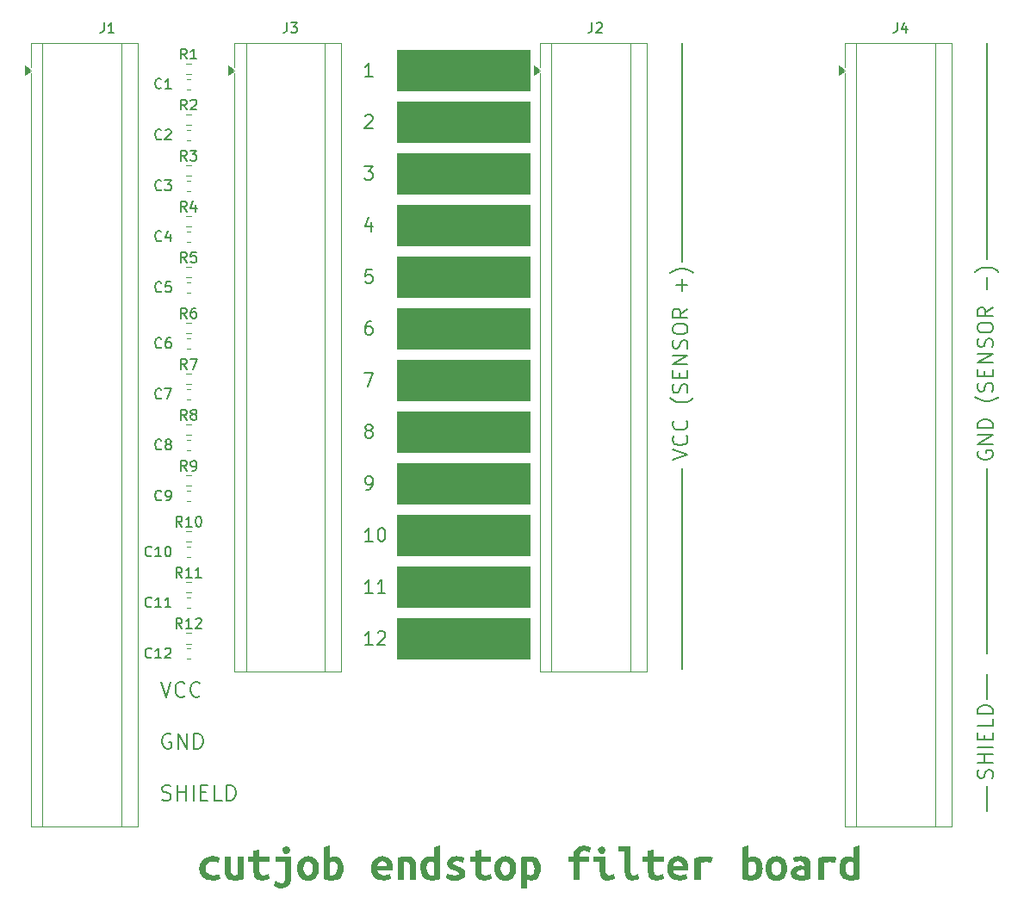
<source format=gbr>
%TF.GenerationSoftware,KiCad,Pcbnew,9.0.2*%
%TF.CreationDate,2026-01-05T12:02:41+00:00*%
%TF.ProjectId,endstop-interface-board,656e6473-746f-4702-9d69-6e7465726661,rev?*%
%TF.SameCoordinates,Original*%
%TF.FileFunction,Legend,Top*%
%TF.FilePolarity,Positive*%
%FSLAX46Y46*%
G04 Gerber Fmt 4.6, Leading zero omitted, Abs format (unit mm)*
G04 Created by KiCad (PCBNEW 9.0.2) date 2026-01-05 12:02:41*
%MOMM*%
%LPD*%
G01*
G04 APERTURE LIST*
%ADD10C,0.187500*%
%ADD11C,0.162500*%
%ADD12C,0.100000*%
%ADD13C,0.150000*%
%ADD14C,0.000000*%
%ADD15C,0.120000*%
G04 APERTURE END LIST*
D10*
X73909069Y-135872750D02*
X74123355Y-135944178D01*
X74123355Y-135944178D02*
X74480497Y-135944178D01*
X74480497Y-135944178D02*
X74623355Y-135872750D01*
X74623355Y-135872750D02*
X74694783Y-135801321D01*
X74694783Y-135801321D02*
X74766212Y-135658464D01*
X74766212Y-135658464D02*
X74766212Y-135515607D01*
X74766212Y-135515607D02*
X74694783Y-135372750D01*
X74694783Y-135372750D02*
X74623355Y-135301321D01*
X74623355Y-135301321D02*
X74480497Y-135229892D01*
X74480497Y-135229892D02*
X74194783Y-135158464D01*
X74194783Y-135158464D02*
X74051926Y-135087035D01*
X74051926Y-135087035D02*
X73980497Y-135015607D01*
X73980497Y-135015607D02*
X73909069Y-134872750D01*
X73909069Y-134872750D02*
X73909069Y-134729892D01*
X73909069Y-134729892D02*
X73980497Y-134587035D01*
X73980497Y-134587035D02*
X74051926Y-134515607D01*
X74051926Y-134515607D02*
X74194783Y-134444178D01*
X74194783Y-134444178D02*
X74551926Y-134444178D01*
X74551926Y-134444178D02*
X74766212Y-134515607D01*
X75409068Y-135944178D02*
X75409068Y-134444178D01*
X75409068Y-135158464D02*
X76266211Y-135158464D01*
X76266211Y-135944178D02*
X76266211Y-134444178D01*
X76980497Y-135944178D02*
X76980497Y-134444178D01*
X77694783Y-135158464D02*
X78194783Y-135158464D01*
X78409069Y-135944178D02*
X77694783Y-135944178D01*
X77694783Y-135944178D02*
X77694783Y-134444178D01*
X77694783Y-134444178D02*
X78409069Y-134444178D01*
X79766212Y-135944178D02*
X79051926Y-135944178D01*
X79051926Y-135944178D02*
X79051926Y-134444178D01*
X80266212Y-135944178D02*
X80266212Y-134444178D01*
X80266212Y-134444178D02*
X80623355Y-134444178D01*
X80623355Y-134444178D02*
X80837641Y-134515607D01*
X80837641Y-134515607D02*
X80980498Y-134658464D01*
X80980498Y-134658464D02*
X81051927Y-134801321D01*
X81051927Y-134801321D02*
X81123355Y-135087035D01*
X81123355Y-135087035D02*
X81123355Y-135301321D01*
X81123355Y-135301321D02*
X81051927Y-135587035D01*
X81051927Y-135587035D02*
X80980498Y-135729892D01*
X80980498Y-135729892D02*
X80837641Y-135872750D01*
X80837641Y-135872750D02*
X80623355Y-135944178D01*
X80623355Y-135944178D02*
X80266212Y-135944178D01*
X74766212Y-129435607D02*
X74623355Y-129364178D01*
X74623355Y-129364178D02*
X74409069Y-129364178D01*
X74409069Y-129364178D02*
X74194783Y-129435607D01*
X74194783Y-129435607D02*
X74051926Y-129578464D01*
X74051926Y-129578464D02*
X73980497Y-129721321D01*
X73980497Y-129721321D02*
X73909069Y-130007035D01*
X73909069Y-130007035D02*
X73909069Y-130221321D01*
X73909069Y-130221321D02*
X73980497Y-130507035D01*
X73980497Y-130507035D02*
X74051926Y-130649892D01*
X74051926Y-130649892D02*
X74194783Y-130792750D01*
X74194783Y-130792750D02*
X74409069Y-130864178D01*
X74409069Y-130864178D02*
X74551926Y-130864178D01*
X74551926Y-130864178D02*
X74766212Y-130792750D01*
X74766212Y-130792750D02*
X74837640Y-130721321D01*
X74837640Y-130721321D02*
X74837640Y-130221321D01*
X74837640Y-130221321D02*
X74551926Y-130221321D01*
X75480497Y-130864178D02*
X75480497Y-129364178D01*
X75480497Y-129364178D02*
X76337640Y-130864178D01*
X76337640Y-130864178D02*
X76337640Y-129364178D01*
X77051926Y-130864178D02*
X77051926Y-129364178D01*
X77051926Y-129364178D02*
X77409069Y-129364178D01*
X77409069Y-129364178D02*
X77623355Y-129435607D01*
X77623355Y-129435607D02*
X77766212Y-129578464D01*
X77766212Y-129578464D02*
X77837641Y-129721321D01*
X77837641Y-129721321D02*
X77909069Y-130007035D01*
X77909069Y-130007035D02*
X77909069Y-130221321D01*
X77909069Y-130221321D02*
X77837641Y-130507035D01*
X77837641Y-130507035D02*
X77766212Y-130649892D01*
X77766212Y-130649892D02*
X77623355Y-130792750D01*
X77623355Y-130792750D02*
X77409069Y-130864178D01*
X77409069Y-130864178D02*
X77051926Y-130864178D01*
X73766212Y-124284178D02*
X74266212Y-125784178D01*
X74266212Y-125784178D02*
X74766212Y-124284178D01*
X76123354Y-125641321D02*
X76051926Y-125712750D01*
X76051926Y-125712750D02*
X75837640Y-125784178D01*
X75837640Y-125784178D02*
X75694783Y-125784178D01*
X75694783Y-125784178D02*
X75480497Y-125712750D01*
X75480497Y-125712750D02*
X75337640Y-125569892D01*
X75337640Y-125569892D02*
X75266211Y-125427035D01*
X75266211Y-125427035D02*
X75194783Y-125141321D01*
X75194783Y-125141321D02*
X75194783Y-124927035D01*
X75194783Y-124927035D02*
X75266211Y-124641321D01*
X75266211Y-124641321D02*
X75337640Y-124498464D01*
X75337640Y-124498464D02*
X75480497Y-124355607D01*
X75480497Y-124355607D02*
X75694783Y-124284178D01*
X75694783Y-124284178D02*
X75837640Y-124284178D01*
X75837640Y-124284178D02*
X76051926Y-124355607D01*
X76051926Y-124355607D02*
X76123354Y-124427035D01*
X77623354Y-125641321D02*
X77551926Y-125712750D01*
X77551926Y-125712750D02*
X77337640Y-125784178D01*
X77337640Y-125784178D02*
X77194783Y-125784178D01*
X77194783Y-125784178D02*
X76980497Y-125712750D01*
X76980497Y-125712750D02*
X76837640Y-125569892D01*
X76837640Y-125569892D02*
X76766211Y-125427035D01*
X76766211Y-125427035D02*
X76694783Y-125141321D01*
X76694783Y-125141321D02*
X76694783Y-124927035D01*
X76694783Y-124927035D02*
X76766211Y-124641321D01*
X76766211Y-124641321D02*
X76837640Y-124498464D01*
X76837640Y-124498464D02*
X76980497Y-124355607D01*
X76980497Y-124355607D02*
X77194783Y-124284178D01*
X77194783Y-124284178D02*
X77337640Y-124284178D01*
X77337640Y-124284178D02*
X77551926Y-124355607D01*
X77551926Y-124355607D02*
X77623354Y-124427035D01*
X155000000Y-134500000D02*
X155000000Y-137000000D01*
X155000000Y-126000000D02*
X155000000Y-123500000D01*
X155490250Y-133787143D02*
X155561678Y-133572858D01*
X155561678Y-133572858D02*
X155561678Y-133215715D01*
X155561678Y-133215715D02*
X155490250Y-133072858D01*
X155490250Y-133072858D02*
X155418821Y-133001429D01*
X155418821Y-133001429D02*
X155275964Y-132930000D01*
X155275964Y-132930000D02*
X155133107Y-132930000D01*
X155133107Y-132930000D02*
X154990250Y-133001429D01*
X154990250Y-133001429D02*
X154918821Y-133072858D01*
X154918821Y-133072858D02*
X154847392Y-133215715D01*
X154847392Y-133215715D02*
X154775964Y-133501429D01*
X154775964Y-133501429D02*
X154704535Y-133644286D01*
X154704535Y-133644286D02*
X154633107Y-133715715D01*
X154633107Y-133715715D02*
X154490250Y-133787143D01*
X154490250Y-133787143D02*
X154347392Y-133787143D01*
X154347392Y-133787143D02*
X154204535Y-133715715D01*
X154204535Y-133715715D02*
X154133107Y-133644286D01*
X154133107Y-133644286D02*
X154061678Y-133501429D01*
X154061678Y-133501429D02*
X154061678Y-133144286D01*
X154061678Y-133144286D02*
X154133107Y-132930000D01*
X155561678Y-132287144D02*
X154061678Y-132287144D01*
X154775964Y-132287144D02*
X154775964Y-131430001D01*
X155561678Y-131430001D02*
X154061678Y-131430001D01*
X155561678Y-130715715D02*
X154061678Y-130715715D01*
X154775964Y-130001429D02*
X154775964Y-129501429D01*
X155561678Y-129287143D02*
X155561678Y-130001429D01*
X155561678Y-130001429D02*
X154061678Y-130001429D01*
X154061678Y-130001429D02*
X154061678Y-129287143D01*
X155561678Y-127930000D02*
X155561678Y-128644286D01*
X155561678Y-128644286D02*
X154061678Y-128644286D01*
X155561678Y-127430000D02*
X154061678Y-127430000D01*
X154061678Y-127430000D02*
X154061678Y-127072857D01*
X154061678Y-127072857D02*
X154133107Y-126858571D01*
X154133107Y-126858571D02*
X154275964Y-126715714D01*
X154275964Y-126715714D02*
X154418821Y-126644285D01*
X154418821Y-126644285D02*
X154704535Y-126572857D01*
X154704535Y-126572857D02*
X154918821Y-126572857D01*
X154918821Y-126572857D02*
X155204535Y-126644285D01*
X155204535Y-126644285D02*
X155347392Y-126715714D01*
X155347392Y-126715714D02*
X155490250Y-126858571D01*
X155490250Y-126858571D02*
X155561678Y-127072857D01*
X155561678Y-127072857D02*
X155561678Y-127430000D01*
X155000000Y-121500000D02*
X155000000Y-103250000D01*
X155000000Y-82750000D02*
X155000000Y-61500000D01*
X154133107Y-101594285D02*
X154061678Y-101737143D01*
X154061678Y-101737143D02*
X154061678Y-101951428D01*
X154061678Y-101951428D02*
X154133107Y-102165714D01*
X154133107Y-102165714D02*
X154275964Y-102308571D01*
X154275964Y-102308571D02*
X154418821Y-102380000D01*
X154418821Y-102380000D02*
X154704535Y-102451428D01*
X154704535Y-102451428D02*
X154918821Y-102451428D01*
X154918821Y-102451428D02*
X155204535Y-102380000D01*
X155204535Y-102380000D02*
X155347392Y-102308571D01*
X155347392Y-102308571D02*
X155490250Y-102165714D01*
X155490250Y-102165714D02*
X155561678Y-101951428D01*
X155561678Y-101951428D02*
X155561678Y-101808571D01*
X155561678Y-101808571D02*
X155490250Y-101594285D01*
X155490250Y-101594285D02*
X155418821Y-101522857D01*
X155418821Y-101522857D02*
X154918821Y-101522857D01*
X154918821Y-101522857D02*
X154918821Y-101808571D01*
X155561678Y-100880000D02*
X154061678Y-100880000D01*
X154061678Y-100880000D02*
X155561678Y-100022857D01*
X155561678Y-100022857D02*
X154061678Y-100022857D01*
X155561678Y-99308571D02*
X154061678Y-99308571D01*
X154061678Y-99308571D02*
X154061678Y-98951428D01*
X154061678Y-98951428D02*
X154133107Y-98737142D01*
X154133107Y-98737142D02*
X154275964Y-98594285D01*
X154275964Y-98594285D02*
X154418821Y-98522856D01*
X154418821Y-98522856D02*
X154704535Y-98451428D01*
X154704535Y-98451428D02*
X154918821Y-98451428D01*
X154918821Y-98451428D02*
X155204535Y-98522856D01*
X155204535Y-98522856D02*
X155347392Y-98594285D01*
X155347392Y-98594285D02*
X155490250Y-98737142D01*
X155490250Y-98737142D02*
X155561678Y-98951428D01*
X155561678Y-98951428D02*
X155561678Y-99308571D01*
X156133107Y-96237142D02*
X156061678Y-96308571D01*
X156061678Y-96308571D02*
X155847392Y-96451428D01*
X155847392Y-96451428D02*
X155704535Y-96522857D01*
X155704535Y-96522857D02*
X155490250Y-96594285D01*
X155490250Y-96594285D02*
X155133107Y-96665714D01*
X155133107Y-96665714D02*
X154847392Y-96665714D01*
X154847392Y-96665714D02*
X154490250Y-96594285D01*
X154490250Y-96594285D02*
X154275964Y-96522857D01*
X154275964Y-96522857D02*
X154133107Y-96451428D01*
X154133107Y-96451428D02*
X153918821Y-96308571D01*
X153918821Y-96308571D02*
X153847392Y-96237142D01*
X155490250Y-95737142D02*
X155561678Y-95522857D01*
X155561678Y-95522857D02*
X155561678Y-95165714D01*
X155561678Y-95165714D02*
X155490250Y-95022857D01*
X155490250Y-95022857D02*
X155418821Y-94951428D01*
X155418821Y-94951428D02*
X155275964Y-94879999D01*
X155275964Y-94879999D02*
X155133107Y-94879999D01*
X155133107Y-94879999D02*
X154990250Y-94951428D01*
X154990250Y-94951428D02*
X154918821Y-95022857D01*
X154918821Y-95022857D02*
X154847392Y-95165714D01*
X154847392Y-95165714D02*
X154775964Y-95451428D01*
X154775964Y-95451428D02*
X154704535Y-95594285D01*
X154704535Y-95594285D02*
X154633107Y-95665714D01*
X154633107Y-95665714D02*
X154490250Y-95737142D01*
X154490250Y-95737142D02*
X154347392Y-95737142D01*
X154347392Y-95737142D02*
X154204535Y-95665714D01*
X154204535Y-95665714D02*
X154133107Y-95594285D01*
X154133107Y-95594285D02*
X154061678Y-95451428D01*
X154061678Y-95451428D02*
X154061678Y-95094285D01*
X154061678Y-95094285D02*
X154133107Y-94879999D01*
X154775964Y-94237143D02*
X154775964Y-93737143D01*
X155561678Y-93522857D02*
X155561678Y-94237143D01*
X155561678Y-94237143D02*
X154061678Y-94237143D01*
X154061678Y-94237143D02*
X154061678Y-93522857D01*
X155561678Y-92880000D02*
X154061678Y-92880000D01*
X154061678Y-92880000D02*
X155561678Y-92022857D01*
X155561678Y-92022857D02*
X154061678Y-92022857D01*
X155490250Y-91379999D02*
X155561678Y-91165714D01*
X155561678Y-91165714D02*
X155561678Y-90808571D01*
X155561678Y-90808571D02*
X155490250Y-90665714D01*
X155490250Y-90665714D02*
X155418821Y-90594285D01*
X155418821Y-90594285D02*
X155275964Y-90522856D01*
X155275964Y-90522856D02*
X155133107Y-90522856D01*
X155133107Y-90522856D02*
X154990250Y-90594285D01*
X154990250Y-90594285D02*
X154918821Y-90665714D01*
X154918821Y-90665714D02*
X154847392Y-90808571D01*
X154847392Y-90808571D02*
X154775964Y-91094285D01*
X154775964Y-91094285D02*
X154704535Y-91237142D01*
X154704535Y-91237142D02*
X154633107Y-91308571D01*
X154633107Y-91308571D02*
X154490250Y-91379999D01*
X154490250Y-91379999D02*
X154347392Y-91379999D01*
X154347392Y-91379999D02*
X154204535Y-91308571D01*
X154204535Y-91308571D02*
X154133107Y-91237142D01*
X154133107Y-91237142D02*
X154061678Y-91094285D01*
X154061678Y-91094285D02*
X154061678Y-90737142D01*
X154061678Y-90737142D02*
X154133107Y-90522856D01*
X154061678Y-89594285D02*
X154061678Y-89308571D01*
X154061678Y-89308571D02*
X154133107Y-89165714D01*
X154133107Y-89165714D02*
X154275964Y-89022857D01*
X154275964Y-89022857D02*
X154561678Y-88951428D01*
X154561678Y-88951428D02*
X155061678Y-88951428D01*
X155061678Y-88951428D02*
X155347392Y-89022857D01*
X155347392Y-89022857D02*
X155490250Y-89165714D01*
X155490250Y-89165714D02*
X155561678Y-89308571D01*
X155561678Y-89308571D02*
X155561678Y-89594285D01*
X155561678Y-89594285D02*
X155490250Y-89737143D01*
X155490250Y-89737143D02*
X155347392Y-89880000D01*
X155347392Y-89880000D02*
X155061678Y-89951428D01*
X155061678Y-89951428D02*
X154561678Y-89951428D01*
X154561678Y-89951428D02*
X154275964Y-89880000D01*
X154275964Y-89880000D02*
X154133107Y-89737143D01*
X154133107Y-89737143D02*
X154061678Y-89594285D01*
X155561678Y-87451428D02*
X154847392Y-87951428D01*
X155561678Y-88308571D02*
X154061678Y-88308571D01*
X154061678Y-88308571D02*
X154061678Y-87737142D01*
X154061678Y-87737142D02*
X154133107Y-87594285D01*
X154133107Y-87594285D02*
X154204535Y-87522856D01*
X154204535Y-87522856D02*
X154347392Y-87451428D01*
X154347392Y-87451428D02*
X154561678Y-87451428D01*
X154561678Y-87451428D02*
X154704535Y-87522856D01*
X154704535Y-87522856D02*
X154775964Y-87594285D01*
X154775964Y-87594285D02*
X154847392Y-87737142D01*
X154847392Y-87737142D02*
X154847392Y-88308571D01*
X154990250Y-85665714D02*
X154990250Y-84522857D01*
X156133107Y-83951428D02*
X156061678Y-83879999D01*
X156061678Y-83879999D02*
X155847392Y-83737142D01*
X155847392Y-83737142D02*
X155704535Y-83665714D01*
X155704535Y-83665714D02*
X155490250Y-83594285D01*
X155490250Y-83594285D02*
X155133107Y-83522856D01*
X155133107Y-83522856D02*
X154847392Y-83522856D01*
X154847392Y-83522856D02*
X154490250Y-83594285D01*
X154490250Y-83594285D02*
X154275964Y-83665714D01*
X154275964Y-83665714D02*
X154133107Y-83737142D01*
X154133107Y-83737142D02*
X153918821Y-83879999D01*
X153918821Y-83879999D02*
X153847392Y-83951428D01*
X125000000Y-123000000D02*
X125000000Y-103250000D01*
X125000000Y-83000000D02*
X125000000Y-61500000D01*
X124061678Y-102451428D02*
X125561678Y-101951428D01*
X125561678Y-101951428D02*
X124061678Y-101451428D01*
X125418821Y-100094286D02*
X125490250Y-100165714D01*
X125490250Y-100165714D02*
X125561678Y-100380000D01*
X125561678Y-100380000D02*
X125561678Y-100522857D01*
X125561678Y-100522857D02*
X125490250Y-100737143D01*
X125490250Y-100737143D02*
X125347392Y-100880000D01*
X125347392Y-100880000D02*
X125204535Y-100951429D01*
X125204535Y-100951429D02*
X124918821Y-101022857D01*
X124918821Y-101022857D02*
X124704535Y-101022857D01*
X124704535Y-101022857D02*
X124418821Y-100951429D01*
X124418821Y-100951429D02*
X124275964Y-100880000D01*
X124275964Y-100880000D02*
X124133107Y-100737143D01*
X124133107Y-100737143D02*
X124061678Y-100522857D01*
X124061678Y-100522857D02*
X124061678Y-100380000D01*
X124061678Y-100380000D02*
X124133107Y-100165714D01*
X124133107Y-100165714D02*
X124204535Y-100094286D01*
X125418821Y-98594286D02*
X125490250Y-98665714D01*
X125490250Y-98665714D02*
X125561678Y-98880000D01*
X125561678Y-98880000D02*
X125561678Y-99022857D01*
X125561678Y-99022857D02*
X125490250Y-99237143D01*
X125490250Y-99237143D02*
X125347392Y-99380000D01*
X125347392Y-99380000D02*
X125204535Y-99451429D01*
X125204535Y-99451429D02*
X124918821Y-99522857D01*
X124918821Y-99522857D02*
X124704535Y-99522857D01*
X124704535Y-99522857D02*
X124418821Y-99451429D01*
X124418821Y-99451429D02*
X124275964Y-99380000D01*
X124275964Y-99380000D02*
X124133107Y-99237143D01*
X124133107Y-99237143D02*
X124061678Y-99022857D01*
X124061678Y-99022857D02*
X124061678Y-98880000D01*
X124061678Y-98880000D02*
X124133107Y-98665714D01*
X124133107Y-98665714D02*
X124204535Y-98594286D01*
X126133107Y-96380000D02*
X126061678Y-96451429D01*
X126061678Y-96451429D02*
X125847392Y-96594286D01*
X125847392Y-96594286D02*
X125704535Y-96665715D01*
X125704535Y-96665715D02*
X125490250Y-96737143D01*
X125490250Y-96737143D02*
X125133107Y-96808572D01*
X125133107Y-96808572D02*
X124847392Y-96808572D01*
X124847392Y-96808572D02*
X124490250Y-96737143D01*
X124490250Y-96737143D02*
X124275964Y-96665715D01*
X124275964Y-96665715D02*
X124133107Y-96594286D01*
X124133107Y-96594286D02*
X123918821Y-96451429D01*
X123918821Y-96451429D02*
X123847392Y-96380000D01*
X125490250Y-95880000D02*
X125561678Y-95665715D01*
X125561678Y-95665715D02*
X125561678Y-95308572D01*
X125561678Y-95308572D02*
X125490250Y-95165715D01*
X125490250Y-95165715D02*
X125418821Y-95094286D01*
X125418821Y-95094286D02*
X125275964Y-95022857D01*
X125275964Y-95022857D02*
X125133107Y-95022857D01*
X125133107Y-95022857D02*
X124990250Y-95094286D01*
X124990250Y-95094286D02*
X124918821Y-95165715D01*
X124918821Y-95165715D02*
X124847392Y-95308572D01*
X124847392Y-95308572D02*
X124775964Y-95594286D01*
X124775964Y-95594286D02*
X124704535Y-95737143D01*
X124704535Y-95737143D02*
X124633107Y-95808572D01*
X124633107Y-95808572D02*
X124490250Y-95880000D01*
X124490250Y-95880000D02*
X124347392Y-95880000D01*
X124347392Y-95880000D02*
X124204535Y-95808572D01*
X124204535Y-95808572D02*
X124133107Y-95737143D01*
X124133107Y-95737143D02*
X124061678Y-95594286D01*
X124061678Y-95594286D02*
X124061678Y-95237143D01*
X124061678Y-95237143D02*
X124133107Y-95022857D01*
X124775964Y-94380001D02*
X124775964Y-93880001D01*
X125561678Y-93665715D02*
X125561678Y-94380001D01*
X125561678Y-94380001D02*
X124061678Y-94380001D01*
X124061678Y-94380001D02*
X124061678Y-93665715D01*
X125561678Y-93022858D02*
X124061678Y-93022858D01*
X124061678Y-93022858D02*
X125561678Y-92165715D01*
X125561678Y-92165715D02*
X124061678Y-92165715D01*
X125490250Y-91522857D02*
X125561678Y-91308572D01*
X125561678Y-91308572D02*
X125561678Y-90951429D01*
X125561678Y-90951429D02*
X125490250Y-90808572D01*
X125490250Y-90808572D02*
X125418821Y-90737143D01*
X125418821Y-90737143D02*
X125275964Y-90665714D01*
X125275964Y-90665714D02*
X125133107Y-90665714D01*
X125133107Y-90665714D02*
X124990250Y-90737143D01*
X124990250Y-90737143D02*
X124918821Y-90808572D01*
X124918821Y-90808572D02*
X124847392Y-90951429D01*
X124847392Y-90951429D02*
X124775964Y-91237143D01*
X124775964Y-91237143D02*
X124704535Y-91380000D01*
X124704535Y-91380000D02*
X124633107Y-91451429D01*
X124633107Y-91451429D02*
X124490250Y-91522857D01*
X124490250Y-91522857D02*
X124347392Y-91522857D01*
X124347392Y-91522857D02*
X124204535Y-91451429D01*
X124204535Y-91451429D02*
X124133107Y-91380000D01*
X124133107Y-91380000D02*
X124061678Y-91237143D01*
X124061678Y-91237143D02*
X124061678Y-90880000D01*
X124061678Y-90880000D02*
X124133107Y-90665714D01*
X124061678Y-89737143D02*
X124061678Y-89451429D01*
X124061678Y-89451429D02*
X124133107Y-89308572D01*
X124133107Y-89308572D02*
X124275964Y-89165715D01*
X124275964Y-89165715D02*
X124561678Y-89094286D01*
X124561678Y-89094286D02*
X125061678Y-89094286D01*
X125061678Y-89094286D02*
X125347392Y-89165715D01*
X125347392Y-89165715D02*
X125490250Y-89308572D01*
X125490250Y-89308572D02*
X125561678Y-89451429D01*
X125561678Y-89451429D02*
X125561678Y-89737143D01*
X125561678Y-89737143D02*
X125490250Y-89880001D01*
X125490250Y-89880001D02*
X125347392Y-90022858D01*
X125347392Y-90022858D02*
X125061678Y-90094286D01*
X125061678Y-90094286D02*
X124561678Y-90094286D01*
X124561678Y-90094286D02*
X124275964Y-90022858D01*
X124275964Y-90022858D02*
X124133107Y-89880001D01*
X124133107Y-89880001D02*
X124061678Y-89737143D01*
X125561678Y-87594286D02*
X124847392Y-88094286D01*
X125561678Y-88451429D02*
X124061678Y-88451429D01*
X124061678Y-88451429D02*
X124061678Y-87880000D01*
X124061678Y-87880000D02*
X124133107Y-87737143D01*
X124133107Y-87737143D02*
X124204535Y-87665714D01*
X124204535Y-87665714D02*
X124347392Y-87594286D01*
X124347392Y-87594286D02*
X124561678Y-87594286D01*
X124561678Y-87594286D02*
X124704535Y-87665714D01*
X124704535Y-87665714D02*
X124775964Y-87737143D01*
X124775964Y-87737143D02*
X124847392Y-87880000D01*
X124847392Y-87880000D02*
X124847392Y-88451429D01*
X124990250Y-85808572D02*
X124990250Y-84665715D01*
X125561678Y-85237143D02*
X124418821Y-85237143D01*
X126133107Y-84094286D02*
X126061678Y-84022857D01*
X126061678Y-84022857D02*
X125847392Y-83880000D01*
X125847392Y-83880000D02*
X125704535Y-83808572D01*
X125704535Y-83808572D02*
X125490250Y-83737143D01*
X125490250Y-83737143D02*
X125133107Y-83665714D01*
X125133107Y-83665714D02*
X124847392Y-83665714D01*
X124847392Y-83665714D02*
X124490250Y-83737143D01*
X124490250Y-83737143D02*
X124275964Y-83808572D01*
X124275964Y-83808572D02*
X124133107Y-83880000D01*
X124133107Y-83880000D02*
X123918821Y-84022857D01*
X123918821Y-84022857D02*
X123847392Y-84094286D01*
D11*
X93792621Y-93912954D02*
X94659287Y-93912954D01*
X94659287Y-93912954D02*
X94102145Y-95212954D01*
D12*
X97000000Y-62140000D02*
X110000000Y-62140000D01*
X110000000Y-66140000D01*
X97000000Y-66140000D01*
X97000000Y-62140000D01*
G36*
X97000000Y-62140000D02*
G01*
X110000000Y-62140000D01*
X110000000Y-66140000D01*
X97000000Y-66140000D01*
X97000000Y-62140000D01*
G37*
X97000000Y-67220000D02*
X110000000Y-67220000D01*
X110000000Y-71220000D01*
X97000000Y-71220000D01*
X97000000Y-67220000D01*
G36*
X97000000Y-67220000D02*
G01*
X110000000Y-67220000D01*
X110000000Y-71220000D01*
X97000000Y-71220000D01*
X97000000Y-67220000D01*
G37*
X97000000Y-72300000D02*
X110000000Y-72300000D01*
X110000000Y-76300000D01*
X97000000Y-76300000D01*
X97000000Y-72300000D01*
G36*
X97000000Y-72300000D02*
G01*
X110000000Y-72300000D01*
X110000000Y-76300000D01*
X97000000Y-76300000D01*
X97000000Y-72300000D01*
G37*
X97000000Y-77380000D02*
X110000000Y-77380000D01*
X110000000Y-81380000D01*
X97000000Y-81380000D01*
X97000000Y-77380000D01*
G36*
X97000000Y-77380000D02*
G01*
X110000000Y-77380000D01*
X110000000Y-81380000D01*
X97000000Y-81380000D01*
X97000000Y-77380000D01*
G37*
X97000000Y-82460000D02*
X110000000Y-82460000D01*
X110000000Y-86460000D01*
X97000000Y-86460000D01*
X97000000Y-82460000D01*
G36*
X97000000Y-82460000D02*
G01*
X110000000Y-82460000D01*
X110000000Y-86460000D01*
X97000000Y-86460000D01*
X97000000Y-82460000D01*
G37*
X97000000Y-87540000D02*
X110000000Y-87540000D01*
X110000000Y-91540000D01*
X97000000Y-91540000D01*
X97000000Y-87540000D01*
G36*
X97000000Y-87540000D02*
G01*
X110000000Y-87540000D01*
X110000000Y-91540000D01*
X97000000Y-91540000D01*
X97000000Y-87540000D01*
G37*
X97000000Y-92620000D02*
X110000000Y-92620000D01*
X110000000Y-96620000D01*
X97000000Y-96620000D01*
X97000000Y-92620000D01*
G36*
X97000000Y-92620000D02*
G01*
X110000000Y-92620000D01*
X110000000Y-96620000D01*
X97000000Y-96620000D01*
X97000000Y-92620000D01*
G37*
X97000000Y-97700000D02*
X110000000Y-97700000D01*
X110000000Y-101700000D01*
X97000000Y-101700000D01*
X97000000Y-97700000D01*
G36*
X97000000Y-97700000D02*
G01*
X110000000Y-97700000D01*
X110000000Y-101700000D01*
X97000000Y-101700000D01*
X97000000Y-97700000D01*
G37*
X97000000Y-102780000D02*
X110000000Y-102780000D01*
X110000000Y-106780000D01*
X97000000Y-106780000D01*
X97000000Y-102780000D01*
G36*
X97000000Y-102780000D02*
G01*
X110000000Y-102780000D01*
X110000000Y-106780000D01*
X97000000Y-106780000D01*
X97000000Y-102780000D01*
G37*
X97000000Y-107860000D02*
X110000000Y-107860000D01*
X110000000Y-111860000D01*
X97000000Y-111860000D01*
X97000000Y-107860000D01*
G36*
X97000000Y-107860000D02*
G01*
X110000000Y-107860000D01*
X110000000Y-111860000D01*
X97000000Y-111860000D01*
X97000000Y-107860000D01*
G37*
X97000000Y-112940000D02*
X110000000Y-112940000D01*
X110000000Y-116940000D01*
X97000000Y-116940000D01*
X97000000Y-112940000D01*
G36*
X97000000Y-112940000D02*
G01*
X110000000Y-112940000D01*
X110000000Y-116940000D01*
X97000000Y-116940000D01*
X97000000Y-112940000D01*
G37*
X97000000Y-118020000D02*
X110000000Y-118020000D01*
X110000000Y-122020000D01*
X97000000Y-122020000D01*
X97000000Y-118020000D01*
G36*
X97000000Y-118020000D02*
G01*
X110000000Y-118020000D01*
X110000000Y-122020000D01*
X97000000Y-122020000D01*
X97000000Y-118020000D01*
G37*
D11*
X94597383Y-120612954D02*
X93854526Y-120612954D01*
X94225954Y-120612954D02*
X94225954Y-119312954D01*
X94225954Y-119312954D02*
X94102145Y-119498669D01*
X94102145Y-119498669D02*
X93978335Y-119622478D01*
X93978335Y-119622478D02*
X93854526Y-119684383D01*
X95092621Y-119436764D02*
X95154525Y-119374859D01*
X95154525Y-119374859D02*
X95278335Y-119312954D01*
X95278335Y-119312954D02*
X95587859Y-119312954D01*
X95587859Y-119312954D02*
X95711668Y-119374859D01*
X95711668Y-119374859D02*
X95773573Y-119436764D01*
X95773573Y-119436764D02*
X95835478Y-119560573D01*
X95835478Y-119560573D02*
X95835478Y-119684383D01*
X95835478Y-119684383D02*
X95773573Y-119870097D01*
X95773573Y-119870097D02*
X95030716Y-120612954D01*
X95030716Y-120612954D02*
X95835478Y-120612954D01*
X94597383Y-115532954D02*
X93854526Y-115532954D01*
X94225954Y-115532954D02*
X94225954Y-114232954D01*
X94225954Y-114232954D02*
X94102145Y-114418669D01*
X94102145Y-114418669D02*
X93978335Y-114542478D01*
X93978335Y-114542478D02*
X93854526Y-114604383D01*
X95835478Y-115532954D02*
X95092621Y-115532954D01*
X95464049Y-115532954D02*
X95464049Y-114232954D01*
X95464049Y-114232954D02*
X95340240Y-114418669D01*
X95340240Y-114418669D02*
X95216430Y-114542478D01*
X95216430Y-114542478D02*
X95092621Y-114604383D01*
X94597383Y-110452954D02*
X93854526Y-110452954D01*
X94225954Y-110452954D02*
X94225954Y-109152954D01*
X94225954Y-109152954D02*
X94102145Y-109338669D01*
X94102145Y-109338669D02*
X93978335Y-109462478D01*
X93978335Y-109462478D02*
X93854526Y-109524383D01*
X95402144Y-109152954D02*
X95525954Y-109152954D01*
X95525954Y-109152954D02*
X95649763Y-109214859D01*
X95649763Y-109214859D02*
X95711668Y-109276764D01*
X95711668Y-109276764D02*
X95773573Y-109400573D01*
X95773573Y-109400573D02*
X95835478Y-109648192D01*
X95835478Y-109648192D02*
X95835478Y-109957716D01*
X95835478Y-109957716D02*
X95773573Y-110205335D01*
X95773573Y-110205335D02*
X95711668Y-110329145D01*
X95711668Y-110329145D02*
X95649763Y-110391050D01*
X95649763Y-110391050D02*
X95525954Y-110452954D01*
X95525954Y-110452954D02*
X95402144Y-110452954D01*
X95402144Y-110452954D02*
X95278335Y-110391050D01*
X95278335Y-110391050D02*
X95216430Y-110329145D01*
X95216430Y-110329145D02*
X95154525Y-110205335D01*
X95154525Y-110205335D02*
X95092621Y-109957716D01*
X95092621Y-109957716D02*
X95092621Y-109648192D01*
X95092621Y-109648192D02*
X95154525Y-109400573D01*
X95154525Y-109400573D02*
X95216430Y-109276764D01*
X95216430Y-109276764D02*
X95278335Y-109214859D01*
X95278335Y-109214859D02*
X95402144Y-109152954D01*
X93978335Y-105372954D02*
X94225954Y-105372954D01*
X94225954Y-105372954D02*
X94349764Y-105311050D01*
X94349764Y-105311050D02*
X94411668Y-105249145D01*
X94411668Y-105249145D02*
X94535478Y-105063430D01*
X94535478Y-105063430D02*
X94597383Y-104815811D01*
X94597383Y-104815811D02*
X94597383Y-104320573D01*
X94597383Y-104320573D02*
X94535478Y-104196764D01*
X94535478Y-104196764D02*
X94473573Y-104134859D01*
X94473573Y-104134859D02*
X94349764Y-104072954D01*
X94349764Y-104072954D02*
X94102145Y-104072954D01*
X94102145Y-104072954D02*
X93978335Y-104134859D01*
X93978335Y-104134859D02*
X93916430Y-104196764D01*
X93916430Y-104196764D02*
X93854526Y-104320573D01*
X93854526Y-104320573D02*
X93854526Y-104630097D01*
X93854526Y-104630097D02*
X93916430Y-104753907D01*
X93916430Y-104753907D02*
X93978335Y-104815811D01*
X93978335Y-104815811D02*
X94102145Y-104877716D01*
X94102145Y-104877716D02*
X94349764Y-104877716D01*
X94349764Y-104877716D02*
X94473573Y-104815811D01*
X94473573Y-104815811D02*
X94535478Y-104753907D01*
X94535478Y-104753907D02*
X94597383Y-104630097D01*
X94102145Y-99550097D02*
X93978335Y-99488192D01*
X93978335Y-99488192D02*
X93916430Y-99426288D01*
X93916430Y-99426288D02*
X93854526Y-99302478D01*
X93854526Y-99302478D02*
X93854526Y-99240573D01*
X93854526Y-99240573D02*
X93916430Y-99116764D01*
X93916430Y-99116764D02*
X93978335Y-99054859D01*
X93978335Y-99054859D02*
X94102145Y-98992954D01*
X94102145Y-98992954D02*
X94349764Y-98992954D01*
X94349764Y-98992954D02*
X94473573Y-99054859D01*
X94473573Y-99054859D02*
X94535478Y-99116764D01*
X94535478Y-99116764D02*
X94597383Y-99240573D01*
X94597383Y-99240573D02*
X94597383Y-99302478D01*
X94597383Y-99302478D02*
X94535478Y-99426288D01*
X94535478Y-99426288D02*
X94473573Y-99488192D01*
X94473573Y-99488192D02*
X94349764Y-99550097D01*
X94349764Y-99550097D02*
X94102145Y-99550097D01*
X94102145Y-99550097D02*
X93978335Y-99612002D01*
X93978335Y-99612002D02*
X93916430Y-99673907D01*
X93916430Y-99673907D02*
X93854526Y-99797716D01*
X93854526Y-99797716D02*
X93854526Y-100045335D01*
X93854526Y-100045335D02*
X93916430Y-100169145D01*
X93916430Y-100169145D02*
X93978335Y-100231050D01*
X93978335Y-100231050D02*
X94102145Y-100292954D01*
X94102145Y-100292954D02*
X94349764Y-100292954D01*
X94349764Y-100292954D02*
X94473573Y-100231050D01*
X94473573Y-100231050D02*
X94535478Y-100169145D01*
X94535478Y-100169145D02*
X94597383Y-100045335D01*
X94597383Y-100045335D02*
X94597383Y-99797716D01*
X94597383Y-99797716D02*
X94535478Y-99673907D01*
X94535478Y-99673907D02*
X94473573Y-99612002D01*
X94473573Y-99612002D02*
X94349764Y-99550097D01*
X94473573Y-88832954D02*
X94225954Y-88832954D01*
X94225954Y-88832954D02*
X94102145Y-88894859D01*
X94102145Y-88894859D02*
X94040240Y-88956764D01*
X94040240Y-88956764D02*
X93916430Y-89142478D01*
X93916430Y-89142478D02*
X93854526Y-89390097D01*
X93854526Y-89390097D02*
X93854526Y-89885335D01*
X93854526Y-89885335D02*
X93916430Y-90009145D01*
X93916430Y-90009145D02*
X93978335Y-90071050D01*
X93978335Y-90071050D02*
X94102145Y-90132954D01*
X94102145Y-90132954D02*
X94349764Y-90132954D01*
X94349764Y-90132954D02*
X94473573Y-90071050D01*
X94473573Y-90071050D02*
X94535478Y-90009145D01*
X94535478Y-90009145D02*
X94597383Y-89885335D01*
X94597383Y-89885335D02*
X94597383Y-89575811D01*
X94597383Y-89575811D02*
X94535478Y-89452002D01*
X94535478Y-89452002D02*
X94473573Y-89390097D01*
X94473573Y-89390097D02*
X94349764Y-89328192D01*
X94349764Y-89328192D02*
X94102145Y-89328192D01*
X94102145Y-89328192D02*
X93978335Y-89390097D01*
X93978335Y-89390097D02*
X93916430Y-89452002D01*
X93916430Y-89452002D02*
X93854526Y-89575811D01*
X94535478Y-83752954D02*
X93916430Y-83752954D01*
X93916430Y-83752954D02*
X93854526Y-84372002D01*
X93854526Y-84372002D02*
X93916430Y-84310097D01*
X93916430Y-84310097D02*
X94040240Y-84248192D01*
X94040240Y-84248192D02*
X94349764Y-84248192D01*
X94349764Y-84248192D02*
X94473573Y-84310097D01*
X94473573Y-84310097D02*
X94535478Y-84372002D01*
X94535478Y-84372002D02*
X94597383Y-84495811D01*
X94597383Y-84495811D02*
X94597383Y-84805335D01*
X94597383Y-84805335D02*
X94535478Y-84929145D01*
X94535478Y-84929145D02*
X94473573Y-84991050D01*
X94473573Y-84991050D02*
X94349764Y-85052954D01*
X94349764Y-85052954D02*
X94040240Y-85052954D01*
X94040240Y-85052954D02*
X93916430Y-84991050D01*
X93916430Y-84991050D02*
X93854526Y-84929145D01*
X94473573Y-79106288D02*
X94473573Y-79972954D01*
X94164049Y-78611050D02*
X93854526Y-79539621D01*
X93854526Y-79539621D02*
X94659287Y-79539621D01*
X93792621Y-73592954D02*
X94597383Y-73592954D01*
X94597383Y-73592954D02*
X94164049Y-74088192D01*
X94164049Y-74088192D02*
X94349764Y-74088192D01*
X94349764Y-74088192D02*
X94473573Y-74150097D01*
X94473573Y-74150097D02*
X94535478Y-74212002D01*
X94535478Y-74212002D02*
X94597383Y-74335811D01*
X94597383Y-74335811D02*
X94597383Y-74645335D01*
X94597383Y-74645335D02*
X94535478Y-74769145D01*
X94535478Y-74769145D02*
X94473573Y-74831050D01*
X94473573Y-74831050D02*
X94349764Y-74892954D01*
X94349764Y-74892954D02*
X93978335Y-74892954D01*
X93978335Y-74892954D02*
X93854526Y-74831050D01*
X93854526Y-74831050D02*
X93792621Y-74769145D01*
X93854526Y-68636764D02*
X93916430Y-68574859D01*
X93916430Y-68574859D02*
X94040240Y-68512954D01*
X94040240Y-68512954D02*
X94349764Y-68512954D01*
X94349764Y-68512954D02*
X94473573Y-68574859D01*
X94473573Y-68574859D02*
X94535478Y-68636764D01*
X94535478Y-68636764D02*
X94597383Y-68760573D01*
X94597383Y-68760573D02*
X94597383Y-68884383D01*
X94597383Y-68884383D02*
X94535478Y-69070097D01*
X94535478Y-69070097D02*
X93792621Y-69812954D01*
X93792621Y-69812954D02*
X94597383Y-69812954D01*
X94597383Y-64732954D02*
X93854526Y-64732954D01*
X94225954Y-64732954D02*
X94225954Y-63432954D01*
X94225954Y-63432954D02*
X94102145Y-63618669D01*
X94102145Y-63618669D02*
X93978335Y-63742478D01*
X93978335Y-63742478D02*
X93854526Y-63804383D01*
D13*
X86166666Y-59454819D02*
X86166666Y-60169104D01*
X86166666Y-60169104D02*
X86119047Y-60311961D01*
X86119047Y-60311961D02*
X86023809Y-60407200D01*
X86023809Y-60407200D02*
X85880952Y-60454819D01*
X85880952Y-60454819D02*
X85785714Y-60454819D01*
X86547619Y-59454819D02*
X87166666Y-59454819D01*
X87166666Y-59454819D02*
X86833333Y-59835771D01*
X86833333Y-59835771D02*
X86976190Y-59835771D01*
X86976190Y-59835771D02*
X87071428Y-59883390D01*
X87071428Y-59883390D02*
X87119047Y-59931009D01*
X87119047Y-59931009D02*
X87166666Y-60026247D01*
X87166666Y-60026247D02*
X87166666Y-60264342D01*
X87166666Y-60264342D02*
X87119047Y-60359580D01*
X87119047Y-60359580D02*
X87071428Y-60407200D01*
X87071428Y-60407200D02*
X86976190Y-60454819D01*
X86976190Y-60454819D02*
X86690476Y-60454819D01*
X86690476Y-60454819D02*
X86595238Y-60407200D01*
X86595238Y-60407200D02*
X86547619Y-60359580D01*
X76333333Y-103524819D02*
X76000000Y-103048628D01*
X75761905Y-103524819D02*
X75761905Y-102524819D01*
X75761905Y-102524819D02*
X76142857Y-102524819D01*
X76142857Y-102524819D02*
X76238095Y-102572438D01*
X76238095Y-102572438D02*
X76285714Y-102620057D01*
X76285714Y-102620057D02*
X76333333Y-102715295D01*
X76333333Y-102715295D02*
X76333333Y-102858152D01*
X76333333Y-102858152D02*
X76285714Y-102953390D01*
X76285714Y-102953390D02*
X76238095Y-103001009D01*
X76238095Y-103001009D02*
X76142857Y-103048628D01*
X76142857Y-103048628D02*
X75761905Y-103048628D01*
X76809524Y-103524819D02*
X77000000Y-103524819D01*
X77000000Y-103524819D02*
X77095238Y-103477200D01*
X77095238Y-103477200D02*
X77142857Y-103429580D01*
X77142857Y-103429580D02*
X77238095Y-103286723D01*
X77238095Y-103286723D02*
X77285714Y-103096247D01*
X77285714Y-103096247D02*
X77285714Y-102715295D01*
X77285714Y-102715295D02*
X77238095Y-102620057D01*
X77238095Y-102620057D02*
X77190476Y-102572438D01*
X77190476Y-102572438D02*
X77095238Y-102524819D01*
X77095238Y-102524819D02*
X76904762Y-102524819D01*
X76904762Y-102524819D02*
X76809524Y-102572438D01*
X76809524Y-102572438D02*
X76761905Y-102620057D01*
X76761905Y-102620057D02*
X76714286Y-102715295D01*
X76714286Y-102715295D02*
X76714286Y-102953390D01*
X76714286Y-102953390D02*
X76761905Y-103048628D01*
X76761905Y-103048628D02*
X76809524Y-103096247D01*
X76809524Y-103096247D02*
X76904762Y-103143866D01*
X76904762Y-103143866D02*
X77095238Y-103143866D01*
X77095238Y-103143866D02*
X77190476Y-103096247D01*
X77190476Y-103096247D02*
X77238095Y-103048628D01*
X77238095Y-103048628D02*
X77285714Y-102953390D01*
X68166666Y-59454819D02*
X68166666Y-60169104D01*
X68166666Y-60169104D02*
X68119047Y-60311961D01*
X68119047Y-60311961D02*
X68023809Y-60407200D01*
X68023809Y-60407200D02*
X67880952Y-60454819D01*
X67880952Y-60454819D02*
X67785714Y-60454819D01*
X69166666Y-60454819D02*
X68595238Y-60454819D01*
X68880952Y-60454819D02*
X68880952Y-59454819D01*
X68880952Y-59454819D02*
X68785714Y-59597676D01*
X68785714Y-59597676D02*
X68690476Y-59692914D01*
X68690476Y-59692914D02*
X68595238Y-59740533D01*
X116166666Y-59454819D02*
X116166666Y-60169104D01*
X116166666Y-60169104D02*
X116119047Y-60311961D01*
X116119047Y-60311961D02*
X116023809Y-60407200D01*
X116023809Y-60407200D02*
X115880952Y-60454819D01*
X115880952Y-60454819D02*
X115785714Y-60454819D01*
X116595238Y-59550057D02*
X116642857Y-59502438D01*
X116642857Y-59502438D02*
X116738095Y-59454819D01*
X116738095Y-59454819D02*
X116976190Y-59454819D01*
X116976190Y-59454819D02*
X117071428Y-59502438D01*
X117071428Y-59502438D02*
X117119047Y-59550057D01*
X117119047Y-59550057D02*
X117166666Y-59645295D01*
X117166666Y-59645295D02*
X117166666Y-59740533D01*
X117166666Y-59740533D02*
X117119047Y-59883390D01*
X117119047Y-59883390D02*
X116547619Y-60454819D01*
X116547619Y-60454819D02*
X117166666Y-60454819D01*
X75857142Y-119024819D02*
X75523809Y-118548628D01*
X75285714Y-119024819D02*
X75285714Y-118024819D01*
X75285714Y-118024819D02*
X75666666Y-118024819D01*
X75666666Y-118024819D02*
X75761904Y-118072438D01*
X75761904Y-118072438D02*
X75809523Y-118120057D01*
X75809523Y-118120057D02*
X75857142Y-118215295D01*
X75857142Y-118215295D02*
X75857142Y-118358152D01*
X75857142Y-118358152D02*
X75809523Y-118453390D01*
X75809523Y-118453390D02*
X75761904Y-118501009D01*
X75761904Y-118501009D02*
X75666666Y-118548628D01*
X75666666Y-118548628D02*
X75285714Y-118548628D01*
X76809523Y-119024819D02*
X76238095Y-119024819D01*
X76523809Y-119024819D02*
X76523809Y-118024819D01*
X76523809Y-118024819D02*
X76428571Y-118167676D01*
X76428571Y-118167676D02*
X76333333Y-118262914D01*
X76333333Y-118262914D02*
X76238095Y-118310533D01*
X77190476Y-118120057D02*
X77238095Y-118072438D01*
X77238095Y-118072438D02*
X77333333Y-118024819D01*
X77333333Y-118024819D02*
X77571428Y-118024819D01*
X77571428Y-118024819D02*
X77666666Y-118072438D01*
X77666666Y-118072438D02*
X77714285Y-118120057D01*
X77714285Y-118120057D02*
X77761904Y-118215295D01*
X77761904Y-118215295D02*
X77761904Y-118310533D01*
X77761904Y-118310533D02*
X77714285Y-118453390D01*
X77714285Y-118453390D02*
X77142857Y-119024819D01*
X77142857Y-119024819D02*
X77761904Y-119024819D01*
X75857142Y-114024819D02*
X75523809Y-113548628D01*
X75285714Y-114024819D02*
X75285714Y-113024819D01*
X75285714Y-113024819D02*
X75666666Y-113024819D01*
X75666666Y-113024819D02*
X75761904Y-113072438D01*
X75761904Y-113072438D02*
X75809523Y-113120057D01*
X75809523Y-113120057D02*
X75857142Y-113215295D01*
X75857142Y-113215295D02*
X75857142Y-113358152D01*
X75857142Y-113358152D02*
X75809523Y-113453390D01*
X75809523Y-113453390D02*
X75761904Y-113501009D01*
X75761904Y-113501009D02*
X75666666Y-113548628D01*
X75666666Y-113548628D02*
X75285714Y-113548628D01*
X76809523Y-114024819D02*
X76238095Y-114024819D01*
X76523809Y-114024819D02*
X76523809Y-113024819D01*
X76523809Y-113024819D02*
X76428571Y-113167676D01*
X76428571Y-113167676D02*
X76333333Y-113262914D01*
X76333333Y-113262914D02*
X76238095Y-113310533D01*
X77761904Y-114024819D02*
X77190476Y-114024819D01*
X77476190Y-114024819D02*
X77476190Y-113024819D01*
X77476190Y-113024819D02*
X77380952Y-113167676D01*
X77380952Y-113167676D02*
X77285714Y-113262914D01*
X77285714Y-113262914D02*
X77190476Y-113310533D01*
X75857142Y-109024819D02*
X75523809Y-108548628D01*
X75285714Y-109024819D02*
X75285714Y-108024819D01*
X75285714Y-108024819D02*
X75666666Y-108024819D01*
X75666666Y-108024819D02*
X75761904Y-108072438D01*
X75761904Y-108072438D02*
X75809523Y-108120057D01*
X75809523Y-108120057D02*
X75857142Y-108215295D01*
X75857142Y-108215295D02*
X75857142Y-108358152D01*
X75857142Y-108358152D02*
X75809523Y-108453390D01*
X75809523Y-108453390D02*
X75761904Y-108501009D01*
X75761904Y-108501009D02*
X75666666Y-108548628D01*
X75666666Y-108548628D02*
X75285714Y-108548628D01*
X76809523Y-109024819D02*
X76238095Y-109024819D01*
X76523809Y-109024819D02*
X76523809Y-108024819D01*
X76523809Y-108024819D02*
X76428571Y-108167676D01*
X76428571Y-108167676D02*
X76333333Y-108262914D01*
X76333333Y-108262914D02*
X76238095Y-108310533D01*
X77428571Y-108024819D02*
X77523809Y-108024819D01*
X77523809Y-108024819D02*
X77619047Y-108072438D01*
X77619047Y-108072438D02*
X77666666Y-108120057D01*
X77666666Y-108120057D02*
X77714285Y-108215295D01*
X77714285Y-108215295D02*
X77761904Y-108405771D01*
X77761904Y-108405771D02*
X77761904Y-108643866D01*
X77761904Y-108643866D02*
X77714285Y-108834342D01*
X77714285Y-108834342D02*
X77666666Y-108929580D01*
X77666666Y-108929580D02*
X77619047Y-108977200D01*
X77619047Y-108977200D02*
X77523809Y-109024819D01*
X77523809Y-109024819D02*
X77428571Y-109024819D01*
X77428571Y-109024819D02*
X77333333Y-108977200D01*
X77333333Y-108977200D02*
X77285714Y-108929580D01*
X77285714Y-108929580D02*
X77238095Y-108834342D01*
X77238095Y-108834342D02*
X77190476Y-108643866D01*
X77190476Y-108643866D02*
X77190476Y-108405771D01*
X77190476Y-108405771D02*
X77238095Y-108215295D01*
X77238095Y-108215295D02*
X77285714Y-108120057D01*
X77285714Y-108120057D02*
X77333333Y-108072438D01*
X77333333Y-108072438D02*
X77428571Y-108024819D01*
X76333333Y-98524819D02*
X76000000Y-98048628D01*
X75761905Y-98524819D02*
X75761905Y-97524819D01*
X75761905Y-97524819D02*
X76142857Y-97524819D01*
X76142857Y-97524819D02*
X76238095Y-97572438D01*
X76238095Y-97572438D02*
X76285714Y-97620057D01*
X76285714Y-97620057D02*
X76333333Y-97715295D01*
X76333333Y-97715295D02*
X76333333Y-97858152D01*
X76333333Y-97858152D02*
X76285714Y-97953390D01*
X76285714Y-97953390D02*
X76238095Y-98001009D01*
X76238095Y-98001009D02*
X76142857Y-98048628D01*
X76142857Y-98048628D02*
X75761905Y-98048628D01*
X76904762Y-97953390D02*
X76809524Y-97905771D01*
X76809524Y-97905771D02*
X76761905Y-97858152D01*
X76761905Y-97858152D02*
X76714286Y-97762914D01*
X76714286Y-97762914D02*
X76714286Y-97715295D01*
X76714286Y-97715295D02*
X76761905Y-97620057D01*
X76761905Y-97620057D02*
X76809524Y-97572438D01*
X76809524Y-97572438D02*
X76904762Y-97524819D01*
X76904762Y-97524819D02*
X77095238Y-97524819D01*
X77095238Y-97524819D02*
X77190476Y-97572438D01*
X77190476Y-97572438D02*
X77238095Y-97620057D01*
X77238095Y-97620057D02*
X77285714Y-97715295D01*
X77285714Y-97715295D02*
X77285714Y-97762914D01*
X77285714Y-97762914D02*
X77238095Y-97858152D01*
X77238095Y-97858152D02*
X77190476Y-97905771D01*
X77190476Y-97905771D02*
X77095238Y-97953390D01*
X77095238Y-97953390D02*
X76904762Y-97953390D01*
X76904762Y-97953390D02*
X76809524Y-98001009D01*
X76809524Y-98001009D02*
X76761905Y-98048628D01*
X76761905Y-98048628D02*
X76714286Y-98143866D01*
X76714286Y-98143866D02*
X76714286Y-98334342D01*
X76714286Y-98334342D02*
X76761905Y-98429580D01*
X76761905Y-98429580D02*
X76809524Y-98477200D01*
X76809524Y-98477200D02*
X76904762Y-98524819D01*
X76904762Y-98524819D02*
X77095238Y-98524819D01*
X77095238Y-98524819D02*
X77190476Y-98477200D01*
X77190476Y-98477200D02*
X77238095Y-98429580D01*
X77238095Y-98429580D02*
X77285714Y-98334342D01*
X77285714Y-98334342D02*
X77285714Y-98143866D01*
X77285714Y-98143866D02*
X77238095Y-98048628D01*
X77238095Y-98048628D02*
X77190476Y-98001009D01*
X77190476Y-98001009D02*
X77095238Y-97953390D01*
X76333333Y-93524819D02*
X76000000Y-93048628D01*
X75761905Y-93524819D02*
X75761905Y-92524819D01*
X75761905Y-92524819D02*
X76142857Y-92524819D01*
X76142857Y-92524819D02*
X76238095Y-92572438D01*
X76238095Y-92572438D02*
X76285714Y-92620057D01*
X76285714Y-92620057D02*
X76333333Y-92715295D01*
X76333333Y-92715295D02*
X76333333Y-92858152D01*
X76333333Y-92858152D02*
X76285714Y-92953390D01*
X76285714Y-92953390D02*
X76238095Y-93001009D01*
X76238095Y-93001009D02*
X76142857Y-93048628D01*
X76142857Y-93048628D02*
X75761905Y-93048628D01*
X76666667Y-92524819D02*
X77333333Y-92524819D01*
X77333333Y-92524819D02*
X76904762Y-93524819D01*
X76333333Y-88524819D02*
X76000000Y-88048628D01*
X75761905Y-88524819D02*
X75761905Y-87524819D01*
X75761905Y-87524819D02*
X76142857Y-87524819D01*
X76142857Y-87524819D02*
X76238095Y-87572438D01*
X76238095Y-87572438D02*
X76285714Y-87620057D01*
X76285714Y-87620057D02*
X76333333Y-87715295D01*
X76333333Y-87715295D02*
X76333333Y-87858152D01*
X76333333Y-87858152D02*
X76285714Y-87953390D01*
X76285714Y-87953390D02*
X76238095Y-88001009D01*
X76238095Y-88001009D02*
X76142857Y-88048628D01*
X76142857Y-88048628D02*
X75761905Y-88048628D01*
X77190476Y-87524819D02*
X77000000Y-87524819D01*
X77000000Y-87524819D02*
X76904762Y-87572438D01*
X76904762Y-87572438D02*
X76857143Y-87620057D01*
X76857143Y-87620057D02*
X76761905Y-87762914D01*
X76761905Y-87762914D02*
X76714286Y-87953390D01*
X76714286Y-87953390D02*
X76714286Y-88334342D01*
X76714286Y-88334342D02*
X76761905Y-88429580D01*
X76761905Y-88429580D02*
X76809524Y-88477200D01*
X76809524Y-88477200D02*
X76904762Y-88524819D01*
X76904762Y-88524819D02*
X77095238Y-88524819D01*
X77095238Y-88524819D02*
X77190476Y-88477200D01*
X77190476Y-88477200D02*
X77238095Y-88429580D01*
X77238095Y-88429580D02*
X77285714Y-88334342D01*
X77285714Y-88334342D02*
X77285714Y-88096247D01*
X77285714Y-88096247D02*
X77238095Y-88001009D01*
X77238095Y-88001009D02*
X77190476Y-87953390D01*
X77190476Y-87953390D02*
X77095238Y-87905771D01*
X77095238Y-87905771D02*
X76904762Y-87905771D01*
X76904762Y-87905771D02*
X76809524Y-87953390D01*
X76809524Y-87953390D02*
X76761905Y-88001009D01*
X76761905Y-88001009D02*
X76714286Y-88096247D01*
X76333333Y-83024819D02*
X76000000Y-82548628D01*
X75761905Y-83024819D02*
X75761905Y-82024819D01*
X75761905Y-82024819D02*
X76142857Y-82024819D01*
X76142857Y-82024819D02*
X76238095Y-82072438D01*
X76238095Y-82072438D02*
X76285714Y-82120057D01*
X76285714Y-82120057D02*
X76333333Y-82215295D01*
X76333333Y-82215295D02*
X76333333Y-82358152D01*
X76333333Y-82358152D02*
X76285714Y-82453390D01*
X76285714Y-82453390D02*
X76238095Y-82501009D01*
X76238095Y-82501009D02*
X76142857Y-82548628D01*
X76142857Y-82548628D02*
X75761905Y-82548628D01*
X77238095Y-82024819D02*
X76761905Y-82024819D01*
X76761905Y-82024819D02*
X76714286Y-82501009D01*
X76714286Y-82501009D02*
X76761905Y-82453390D01*
X76761905Y-82453390D02*
X76857143Y-82405771D01*
X76857143Y-82405771D02*
X77095238Y-82405771D01*
X77095238Y-82405771D02*
X77190476Y-82453390D01*
X77190476Y-82453390D02*
X77238095Y-82501009D01*
X77238095Y-82501009D02*
X77285714Y-82596247D01*
X77285714Y-82596247D02*
X77285714Y-82834342D01*
X77285714Y-82834342D02*
X77238095Y-82929580D01*
X77238095Y-82929580D02*
X77190476Y-82977200D01*
X77190476Y-82977200D02*
X77095238Y-83024819D01*
X77095238Y-83024819D02*
X76857143Y-83024819D01*
X76857143Y-83024819D02*
X76761905Y-82977200D01*
X76761905Y-82977200D02*
X76714286Y-82929580D01*
X76333333Y-78024819D02*
X76000000Y-77548628D01*
X75761905Y-78024819D02*
X75761905Y-77024819D01*
X75761905Y-77024819D02*
X76142857Y-77024819D01*
X76142857Y-77024819D02*
X76238095Y-77072438D01*
X76238095Y-77072438D02*
X76285714Y-77120057D01*
X76285714Y-77120057D02*
X76333333Y-77215295D01*
X76333333Y-77215295D02*
X76333333Y-77358152D01*
X76333333Y-77358152D02*
X76285714Y-77453390D01*
X76285714Y-77453390D02*
X76238095Y-77501009D01*
X76238095Y-77501009D02*
X76142857Y-77548628D01*
X76142857Y-77548628D02*
X75761905Y-77548628D01*
X77190476Y-77358152D02*
X77190476Y-78024819D01*
X76952381Y-76977200D02*
X76714286Y-77691485D01*
X76714286Y-77691485D02*
X77333333Y-77691485D01*
X76333333Y-73024819D02*
X76000000Y-72548628D01*
X75761905Y-73024819D02*
X75761905Y-72024819D01*
X75761905Y-72024819D02*
X76142857Y-72024819D01*
X76142857Y-72024819D02*
X76238095Y-72072438D01*
X76238095Y-72072438D02*
X76285714Y-72120057D01*
X76285714Y-72120057D02*
X76333333Y-72215295D01*
X76333333Y-72215295D02*
X76333333Y-72358152D01*
X76333333Y-72358152D02*
X76285714Y-72453390D01*
X76285714Y-72453390D02*
X76238095Y-72501009D01*
X76238095Y-72501009D02*
X76142857Y-72548628D01*
X76142857Y-72548628D02*
X75761905Y-72548628D01*
X76666667Y-72024819D02*
X77285714Y-72024819D01*
X77285714Y-72024819D02*
X76952381Y-72405771D01*
X76952381Y-72405771D02*
X77095238Y-72405771D01*
X77095238Y-72405771D02*
X77190476Y-72453390D01*
X77190476Y-72453390D02*
X77238095Y-72501009D01*
X77238095Y-72501009D02*
X77285714Y-72596247D01*
X77285714Y-72596247D02*
X77285714Y-72834342D01*
X77285714Y-72834342D02*
X77238095Y-72929580D01*
X77238095Y-72929580D02*
X77190476Y-72977200D01*
X77190476Y-72977200D02*
X77095238Y-73024819D01*
X77095238Y-73024819D02*
X76809524Y-73024819D01*
X76809524Y-73024819D02*
X76714286Y-72977200D01*
X76714286Y-72977200D02*
X76666667Y-72929580D01*
X76333333Y-68024819D02*
X76000000Y-67548628D01*
X75761905Y-68024819D02*
X75761905Y-67024819D01*
X75761905Y-67024819D02*
X76142857Y-67024819D01*
X76142857Y-67024819D02*
X76238095Y-67072438D01*
X76238095Y-67072438D02*
X76285714Y-67120057D01*
X76285714Y-67120057D02*
X76333333Y-67215295D01*
X76333333Y-67215295D02*
X76333333Y-67358152D01*
X76333333Y-67358152D02*
X76285714Y-67453390D01*
X76285714Y-67453390D02*
X76238095Y-67501009D01*
X76238095Y-67501009D02*
X76142857Y-67548628D01*
X76142857Y-67548628D02*
X75761905Y-67548628D01*
X76714286Y-67120057D02*
X76761905Y-67072438D01*
X76761905Y-67072438D02*
X76857143Y-67024819D01*
X76857143Y-67024819D02*
X77095238Y-67024819D01*
X77095238Y-67024819D02*
X77190476Y-67072438D01*
X77190476Y-67072438D02*
X77238095Y-67120057D01*
X77238095Y-67120057D02*
X77285714Y-67215295D01*
X77285714Y-67215295D02*
X77285714Y-67310533D01*
X77285714Y-67310533D02*
X77238095Y-67453390D01*
X77238095Y-67453390D02*
X76666667Y-68024819D01*
X76666667Y-68024819D02*
X77285714Y-68024819D01*
X76333333Y-63024819D02*
X76000000Y-62548628D01*
X75761905Y-63024819D02*
X75761905Y-62024819D01*
X75761905Y-62024819D02*
X76142857Y-62024819D01*
X76142857Y-62024819D02*
X76238095Y-62072438D01*
X76238095Y-62072438D02*
X76285714Y-62120057D01*
X76285714Y-62120057D02*
X76333333Y-62215295D01*
X76333333Y-62215295D02*
X76333333Y-62358152D01*
X76333333Y-62358152D02*
X76285714Y-62453390D01*
X76285714Y-62453390D02*
X76238095Y-62501009D01*
X76238095Y-62501009D02*
X76142857Y-62548628D01*
X76142857Y-62548628D02*
X75761905Y-62548628D01*
X77285714Y-63024819D02*
X76714286Y-63024819D01*
X77000000Y-63024819D02*
X77000000Y-62024819D01*
X77000000Y-62024819D02*
X76904762Y-62167676D01*
X76904762Y-62167676D02*
X76809524Y-62262914D01*
X76809524Y-62262914D02*
X76714286Y-62310533D01*
X146166666Y-59454819D02*
X146166666Y-60169104D01*
X146166666Y-60169104D02*
X146119047Y-60311961D01*
X146119047Y-60311961D02*
X146023809Y-60407200D01*
X146023809Y-60407200D02*
X145880952Y-60454819D01*
X145880952Y-60454819D02*
X145785714Y-60454819D01*
X147071428Y-59788152D02*
X147071428Y-60454819D01*
X146833333Y-59407200D02*
X146595238Y-60121485D01*
X146595238Y-60121485D02*
X147214285Y-60121485D01*
X72857142Y-121859580D02*
X72809523Y-121907200D01*
X72809523Y-121907200D02*
X72666666Y-121954819D01*
X72666666Y-121954819D02*
X72571428Y-121954819D01*
X72571428Y-121954819D02*
X72428571Y-121907200D01*
X72428571Y-121907200D02*
X72333333Y-121811961D01*
X72333333Y-121811961D02*
X72285714Y-121716723D01*
X72285714Y-121716723D02*
X72238095Y-121526247D01*
X72238095Y-121526247D02*
X72238095Y-121383390D01*
X72238095Y-121383390D02*
X72285714Y-121192914D01*
X72285714Y-121192914D02*
X72333333Y-121097676D01*
X72333333Y-121097676D02*
X72428571Y-121002438D01*
X72428571Y-121002438D02*
X72571428Y-120954819D01*
X72571428Y-120954819D02*
X72666666Y-120954819D01*
X72666666Y-120954819D02*
X72809523Y-121002438D01*
X72809523Y-121002438D02*
X72857142Y-121050057D01*
X73809523Y-121954819D02*
X73238095Y-121954819D01*
X73523809Y-121954819D02*
X73523809Y-120954819D01*
X73523809Y-120954819D02*
X73428571Y-121097676D01*
X73428571Y-121097676D02*
X73333333Y-121192914D01*
X73333333Y-121192914D02*
X73238095Y-121240533D01*
X74190476Y-121050057D02*
X74238095Y-121002438D01*
X74238095Y-121002438D02*
X74333333Y-120954819D01*
X74333333Y-120954819D02*
X74571428Y-120954819D01*
X74571428Y-120954819D02*
X74666666Y-121002438D01*
X74666666Y-121002438D02*
X74714285Y-121050057D01*
X74714285Y-121050057D02*
X74761904Y-121145295D01*
X74761904Y-121145295D02*
X74761904Y-121240533D01*
X74761904Y-121240533D02*
X74714285Y-121383390D01*
X74714285Y-121383390D02*
X74142857Y-121954819D01*
X74142857Y-121954819D02*
X74761904Y-121954819D01*
X72857142Y-116859580D02*
X72809523Y-116907200D01*
X72809523Y-116907200D02*
X72666666Y-116954819D01*
X72666666Y-116954819D02*
X72571428Y-116954819D01*
X72571428Y-116954819D02*
X72428571Y-116907200D01*
X72428571Y-116907200D02*
X72333333Y-116811961D01*
X72333333Y-116811961D02*
X72285714Y-116716723D01*
X72285714Y-116716723D02*
X72238095Y-116526247D01*
X72238095Y-116526247D02*
X72238095Y-116383390D01*
X72238095Y-116383390D02*
X72285714Y-116192914D01*
X72285714Y-116192914D02*
X72333333Y-116097676D01*
X72333333Y-116097676D02*
X72428571Y-116002438D01*
X72428571Y-116002438D02*
X72571428Y-115954819D01*
X72571428Y-115954819D02*
X72666666Y-115954819D01*
X72666666Y-115954819D02*
X72809523Y-116002438D01*
X72809523Y-116002438D02*
X72857142Y-116050057D01*
X73809523Y-116954819D02*
X73238095Y-116954819D01*
X73523809Y-116954819D02*
X73523809Y-115954819D01*
X73523809Y-115954819D02*
X73428571Y-116097676D01*
X73428571Y-116097676D02*
X73333333Y-116192914D01*
X73333333Y-116192914D02*
X73238095Y-116240533D01*
X74761904Y-116954819D02*
X74190476Y-116954819D01*
X74476190Y-116954819D02*
X74476190Y-115954819D01*
X74476190Y-115954819D02*
X74380952Y-116097676D01*
X74380952Y-116097676D02*
X74285714Y-116192914D01*
X74285714Y-116192914D02*
X74190476Y-116240533D01*
X72857142Y-111859580D02*
X72809523Y-111907200D01*
X72809523Y-111907200D02*
X72666666Y-111954819D01*
X72666666Y-111954819D02*
X72571428Y-111954819D01*
X72571428Y-111954819D02*
X72428571Y-111907200D01*
X72428571Y-111907200D02*
X72333333Y-111811961D01*
X72333333Y-111811961D02*
X72285714Y-111716723D01*
X72285714Y-111716723D02*
X72238095Y-111526247D01*
X72238095Y-111526247D02*
X72238095Y-111383390D01*
X72238095Y-111383390D02*
X72285714Y-111192914D01*
X72285714Y-111192914D02*
X72333333Y-111097676D01*
X72333333Y-111097676D02*
X72428571Y-111002438D01*
X72428571Y-111002438D02*
X72571428Y-110954819D01*
X72571428Y-110954819D02*
X72666666Y-110954819D01*
X72666666Y-110954819D02*
X72809523Y-111002438D01*
X72809523Y-111002438D02*
X72857142Y-111050057D01*
X73809523Y-111954819D02*
X73238095Y-111954819D01*
X73523809Y-111954819D02*
X73523809Y-110954819D01*
X73523809Y-110954819D02*
X73428571Y-111097676D01*
X73428571Y-111097676D02*
X73333333Y-111192914D01*
X73333333Y-111192914D02*
X73238095Y-111240533D01*
X74428571Y-110954819D02*
X74523809Y-110954819D01*
X74523809Y-110954819D02*
X74619047Y-111002438D01*
X74619047Y-111002438D02*
X74666666Y-111050057D01*
X74666666Y-111050057D02*
X74714285Y-111145295D01*
X74714285Y-111145295D02*
X74761904Y-111335771D01*
X74761904Y-111335771D02*
X74761904Y-111573866D01*
X74761904Y-111573866D02*
X74714285Y-111764342D01*
X74714285Y-111764342D02*
X74666666Y-111859580D01*
X74666666Y-111859580D02*
X74619047Y-111907200D01*
X74619047Y-111907200D02*
X74523809Y-111954819D01*
X74523809Y-111954819D02*
X74428571Y-111954819D01*
X74428571Y-111954819D02*
X74333333Y-111907200D01*
X74333333Y-111907200D02*
X74285714Y-111859580D01*
X74285714Y-111859580D02*
X74238095Y-111764342D01*
X74238095Y-111764342D02*
X74190476Y-111573866D01*
X74190476Y-111573866D02*
X74190476Y-111335771D01*
X74190476Y-111335771D02*
X74238095Y-111145295D01*
X74238095Y-111145295D02*
X74285714Y-111050057D01*
X74285714Y-111050057D02*
X74333333Y-111002438D01*
X74333333Y-111002438D02*
X74428571Y-110954819D01*
X73833333Y-106359580D02*
X73785714Y-106407200D01*
X73785714Y-106407200D02*
X73642857Y-106454819D01*
X73642857Y-106454819D02*
X73547619Y-106454819D01*
X73547619Y-106454819D02*
X73404762Y-106407200D01*
X73404762Y-106407200D02*
X73309524Y-106311961D01*
X73309524Y-106311961D02*
X73261905Y-106216723D01*
X73261905Y-106216723D02*
X73214286Y-106026247D01*
X73214286Y-106026247D02*
X73214286Y-105883390D01*
X73214286Y-105883390D02*
X73261905Y-105692914D01*
X73261905Y-105692914D02*
X73309524Y-105597676D01*
X73309524Y-105597676D02*
X73404762Y-105502438D01*
X73404762Y-105502438D02*
X73547619Y-105454819D01*
X73547619Y-105454819D02*
X73642857Y-105454819D01*
X73642857Y-105454819D02*
X73785714Y-105502438D01*
X73785714Y-105502438D02*
X73833333Y-105550057D01*
X74309524Y-106454819D02*
X74500000Y-106454819D01*
X74500000Y-106454819D02*
X74595238Y-106407200D01*
X74595238Y-106407200D02*
X74642857Y-106359580D01*
X74642857Y-106359580D02*
X74738095Y-106216723D01*
X74738095Y-106216723D02*
X74785714Y-106026247D01*
X74785714Y-106026247D02*
X74785714Y-105645295D01*
X74785714Y-105645295D02*
X74738095Y-105550057D01*
X74738095Y-105550057D02*
X74690476Y-105502438D01*
X74690476Y-105502438D02*
X74595238Y-105454819D01*
X74595238Y-105454819D02*
X74404762Y-105454819D01*
X74404762Y-105454819D02*
X74309524Y-105502438D01*
X74309524Y-105502438D02*
X74261905Y-105550057D01*
X74261905Y-105550057D02*
X74214286Y-105645295D01*
X74214286Y-105645295D02*
X74214286Y-105883390D01*
X74214286Y-105883390D02*
X74261905Y-105978628D01*
X74261905Y-105978628D02*
X74309524Y-106026247D01*
X74309524Y-106026247D02*
X74404762Y-106073866D01*
X74404762Y-106073866D02*
X74595238Y-106073866D01*
X74595238Y-106073866D02*
X74690476Y-106026247D01*
X74690476Y-106026247D02*
X74738095Y-105978628D01*
X74738095Y-105978628D02*
X74785714Y-105883390D01*
X73833333Y-101359580D02*
X73785714Y-101407200D01*
X73785714Y-101407200D02*
X73642857Y-101454819D01*
X73642857Y-101454819D02*
X73547619Y-101454819D01*
X73547619Y-101454819D02*
X73404762Y-101407200D01*
X73404762Y-101407200D02*
X73309524Y-101311961D01*
X73309524Y-101311961D02*
X73261905Y-101216723D01*
X73261905Y-101216723D02*
X73214286Y-101026247D01*
X73214286Y-101026247D02*
X73214286Y-100883390D01*
X73214286Y-100883390D02*
X73261905Y-100692914D01*
X73261905Y-100692914D02*
X73309524Y-100597676D01*
X73309524Y-100597676D02*
X73404762Y-100502438D01*
X73404762Y-100502438D02*
X73547619Y-100454819D01*
X73547619Y-100454819D02*
X73642857Y-100454819D01*
X73642857Y-100454819D02*
X73785714Y-100502438D01*
X73785714Y-100502438D02*
X73833333Y-100550057D01*
X74404762Y-100883390D02*
X74309524Y-100835771D01*
X74309524Y-100835771D02*
X74261905Y-100788152D01*
X74261905Y-100788152D02*
X74214286Y-100692914D01*
X74214286Y-100692914D02*
X74214286Y-100645295D01*
X74214286Y-100645295D02*
X74261905Y-100550057D01*
X74261905Y-100550057D02*
X74309524Y-100502438D01*
X74309524Y-100502438D02*
X74404762Y-100454819D01*
X74404762Y-100454819D02*
X74595238Y-100454819D01*
X74595238Y-100454819D02*
X74690476Y-100502438D01*
X74690476Y-100502438D02*
X74738095Y-100550057D01*
X74738095Y-100550057D02*
X74785714Y-100645295D01*
X74785714Y-100645295D02*
X74785714Y-100692914D01*
X74785714Y-100692914D02*
X74738095Y-100788152D01*
X74738095Y-100788152D02*
X74690476Y-100835771D01*
X74690476Y-100835771D02*
X74595238Y-100883390D01*
X74595238Y-100883390D02*
X74404762Y-100883390D01*
X74404762Y-100883390D02*
X74309524Y-100931009D01*
X74309524Y-100931009D02*
X74261905Y-100978628D01*
X74261905Y-100978628D02*
X74214286Y-101073866D01*
X74214286Y-101073866D02*
X74214286Y-101264342D01*
X74214286Y-101264342D02*
X74261905Y-101359580D01*
X74261905Y-101359580D02*
X74309524Y-101407200D01*
X74309524Y-101407200D02*
X74404762Y-101454819D01*
X74404762Y-101454819D02*
X74595238Y-101454819D01*
X74595238Y-101454819D02*
X74690476Y-101407200D01*
X74690476Y-101407200D02*
X74738095Y-101359580D01*
X74738095Y-101359580D02*
X74785714Y-101264342D01*
X74785714Y-101264342D02*
X74785714Y-101073866D01*
X74785714Y-101073866D02*
X74738095Y-100978628D01*
X74738095Y-100978628D02*
X74690476Y-100931009D01*
X74690476Y-100931009D02*
X74595238Y-100883390D01*
X73833333Y-96359580D02*
X73785714Y-96407200D01*
X73785714Y-96407200D02*
X73642857Y-96454819D01*
X73642857Y-96454819D02*
X73547619Y-96454819D01*
X73547619Y-96454819D02*
X73404762Y-96407200D01*
X73404762Y-96407200D02*
X73309524Y-96311961D01*
X73309524Y-96311961D02*
X73261905Y-96216723D01*
X73261905Y-96216723D02*
X73214286Y-96026247D01*
X73214286Y-96026247D02*
X73214286Y-95883390D01*
X73214286Y-95883390D02*
X73261905Y-95692914D01*
X73261905Y-95692914D02*
X73309524Y-95597676D01*
X73309524Y-95597676D02*
X73404762Y-95502438D01*
X73404762Y-95502438D02*
X73547619Y-95454819D01*
X73547619Y-95454819D02*
X73642857Y-95454819D01*
X73642857Y-95454819D02*
X73785714Y-95502438D01*
X73785714Y-95502438D02*
X73833333Y-95550057D01*
X74166667Y-95454819D02*
X74833333Y-95454819D01*
X74833333Y-95454819D02*
X74404762Y-96454819D01*
X73833333Y-91359580D02*
X73785714Y-91407200D01*
X73785714Y-91407200D02*
X73642857Y-91454819D01*
X73642857Y-91454819D02*
X73547619Y-91454819D01*
X73547619Y-91454819D02*
X73404762Y-91407200D01*
X73404762Y-91407200D02*
X73309524Y-91311961D01*
X73309524Y-91311961D02*
X73261905Y-91216723D01*
X73261905Y-91216723D02*
X73214286Y-91026247D01*
X73214286Y-91026247D02*
X73214286Y-90883390D01*
X73214286Y-90883390D02*
X73261905Y-90692914D01*
X73261905Y-90692914D02*
X73309524Y-90597676D01*
X73309524Y-90597676D02*
X73404762Y-90502438D01*
X73404762Y-90502438D02*
X73547619Y-90454819D01*
X73547619Y-90454819D02*
X73642857Y-90454819D01*
X73642857Y-90454819D02*
X73785714Y-90502438D01*
X73785714Y-90502438D02*
X73833333Y-90550057D01*
X74690476Y-90454819D02*
X74500000Y-90454819D01*
X74500000Y-90454819D02*
X74404762Y-90502438D01*
X74404762Y-90502438D02*
X74357143Y-90550057D01*
X74357143Y-90550057D02*
X74261905Y-90692914D01*
X74261905Y-90692914D02*
X74214286Y-90883390D01*
X74214286Y-90883390D02*
X74214286Y-91264342D01*
X74214286Y-91264342D02*
X74261905Y-91359580D01*
X74261905Y-91359580D02*
X74309524Y-91407200D01*
X74309524Y-91407200D02*
X74404762Y-91454819D01*
X74404762Y-91454819D02*
X74595238Y-91454819D01*
X74595238Y-91454819D02*
X74690476Y-91407200D01*
X74690476Y-91407200D02*
X74738095Y-91359580D01*
X74738095Y-91359580D02*
X74785714Y-91264342D01*
X74785714Y-91264342D02*
X74785714Y-91026247D01*
X74785714Y-91026247D02*
X74738095Y-90931009D01*
X74738095Y-90931009D02*
X74690476Y-90883390D01*
X74690476Y-90883390D02*
X74595238Y-90835771D01*
X74595238Y-90835771D02*
X74404762Y-90835771D01*
X74404762Y-90835771D02*
X74309524Y-90883390D01*
X74309524Y-90883390D02*
X74261905Y-90931009D01*
X74261905Y-90931009D02*
X74214286Y-91026247D01*
X73833333Y-85859580D02*
X73785714Y-85907200D01*
X73785714Y-85907200D02*
X73642857Y-85954819D01*
X73642857Y-85954819D02*
X73547619Y-85954819D01*
X73547619Y-85954819D02*
X73404762Y-85907200D01*
X73404762Y-85907200D02*
X73309524Y-85811961D01*
X73309524Y-85811961D02*
X73261905Y-85716723D01*
X73261905Y-85716723D02*
X73214286Y-85526247D01*
X73214286Y-85526247D02*
X73214286Y-85383390D01*
X73214286Y-85383390D02*
X73261905Y-85192914D01*
X73261905Y-85192914D02*
X73309524Y-85097676D01*
X73309524Y-85097676D02*
X73404762Y-85002438D01*
X73404762Y-85002438D02*
X73547619Y-84954819D01*
X73547619Y-84954819D02*
X73642857Y-84954819D01*
X73642857Y-84954819D02*
X73785714Y-85002438D01*
X73785714Y-85002438D02*
X73833333Y-85050057D01*
X74738095Y-84954819D02*
X74261905Y-84954819D01*
X74261905Y-84954819D02*
X74214286Y-85431009D01*
X74214286Y-85431009D02*
X74261905Y-85383390D01*
X74261905Y-85383390D02*
X74357143Y-85335771D01*
X74357143Y-85335771D02*
X74595238Y-85335771D01*
X74595238Y-85335771D02*
X74690476Y-85383390D01*
X74690476Y-85383390D02*
X74738095Y-85431009D01*
X74738095Y-85431009D02*
X74785714Y-85526247D01*
X74785714Y-85526247D02*
X74785714Y-85764342D01*
X74785714Y-85764342D02*
X74738095Y-85859580D01*
X74738095Y-85859580D02*
X74690476Y-85907200D01*
X74690476Y-85907200D02*
X74595238Y-85954819D01*
X74595238Y-85954819D02*
X74357143Y-85954819D01*
X74357143Y-85954819D02*
X74261905Y-85907200D01*
X74261905Y-85907200D02*
X74214286Y-85859580D01*
X73833333Y-80859580D02*
X73785714Y-80907200D01*
X73785714Y-80907200D02*
X73642857Y-80954819D01*
X73642857Y-80954819D02*
X73547619Y-80954819D01*
X73547619Y-80954819D02*
X73404762Y-80907200D01*
X73404762Y-80907200D02*
X73309524Y-80811961D01*
X73309524Y-80811961D02*
X73261905Y-80716723D01*
X73261905Y-80716723D02*
X73214286Y-80526247D01*
X73214286Y-80526247D02*
X73214286Y-80383390D01*
X73214286Y-80383390D02*
X73261905Y-80192914D01*
X73261905Y-80192914D02*
X73309524Y-80097676D01*
X73309524Y-80097676D02*
X73404762Y-80002438D01*
X73404762Y-80002438D02*
X73547619Y-79954819D01*
X73547619Y-79954819D02*
X73642857Y-79954819D01*
X73642857Y-79954819D02*
X73785714Y-80002438D01*
X73785714Y-80002438D02*
X73833333Y-80050057D01*
X74690476Y-80288152D02*
X74690476Y-80954819D01*
X74452381Y-79907200D02*
X74214286Y-80621485D01*
X74214286Y-80621485D02*
X74833333Y-80621485D01*
X73833333Y-75859580D02*
X73785714Y-75907200D01*
X73785714Y-75907200D02*
X73642857Y-75954819D01*
X73642857Y-75954819D02*
X73547619Y-75954819D01*
X73547619Y-75954819D02*
X73404762Y-75907200D01*
X73404762Y-75907200D02*
X73309524Y-75811961D01*
X73309524Y-75811961D02*
X73261905Y-75716723D01*
X73261905Y-75716723D02*
X73214286Y-75526247D01*
X73214286Y-75526247D02*
X73214286Y-75383390D01*
X73214286Y-75383390D02*
X73261905Y-75192914D01*
X73261905Y-75192914D02*
X73309524Y-75097676D01*
X73309524Y-75097676D02*
X73404762Y-75002438D01*
X73404762Y-75002438D02*
X73547619Y-74954819D01*
X73547619Y-74954819D02*
X73642857Y-74954819D01*
X73642857Y-74954819D02*
X73785714Y-75002438D01*
X73785714Y-75002438D02*
X73833333Y-75050057D01*
X74166667Y-74954819D02*
X74785714Y-74954819D01*
X74785714Y-74954819D02*
X74452381Y-75335771D01*
X74452381Y-75335771D02*
X74595238Y-75335771D01*
X74595238Y-75335771D02*
X74690476Y-75383390D01*
X74690476Y-75383390D02*
X74738095Y-75431009D01*
X74738095Y-75431009D02*
X74785714Y-75526247D01*
X74785714Y-75526247D02*
X74785714Y-75764342D01*
X74785714Y-75764342D02*
X74738095Y-75859580D01*
X74738095Y-75859580D02*
X74690476Y-75907200D01*
X74690476Y-75907200D02*
X74595238Y-75954819D01*
X74595238Y-75954819D02*
X74309524Y-75954819D01*
X74309524Y-75954819D02*
X74214286Y-75907200D01*
X74214286Y-75907200D02*
X74166667Y-75859580D01*
X73833333Y-70859580D02*
X73785714Y-70907200D01*
X73785714Y-70907200D02*
X73642857Y-70954819D01*
X73642857Y-70954819D02*
X73547619Y-70954819D01*
X73547619Y-70954819D02*
X73404762Y-70907200D01*
X73404762Y-70907200D02*
X73309524Y-70811961D01*
X73309524Y-70811961D02*
X73261905Y-70716723D01*
X73261905Y-70716723D02*
X73214286Y-70526247D01*
X73214286Y-70526247D02*
X73214286Y-70383390D01*
X73214286Y-70383390D02*
X73261905Y-70192914D01*
X73261905Y-70192914D02*
X73309524Y-70097676D01*
X73309524Y-70097676D02*
X73404762Y-70002438D01*
X73404762Y-70002438D02*
X73547619Y-69954819D01*
X73547619Y-69954819D02*
X73642857Y-69954819D01*
X73642857Y-69954819D02*
X73785714Y-70002438D01*
X73785714Y-70002438D02*
X73833333Y-70050057D01*
X74214286Y-70050057D02*
X74261905Y-70002438D01*
X74261905Y-70002438D02*
X74357143Y-69954819D01*
X74357143Y-69954819D02*
X74595238Y-69954819D01*
X74595238Y-69954819D02*
X74690476Y-70002438D01*
X74690476Y-70002438D02*
X74738095Y-70050057D01*
X74738095Y-70050057D02*
X74785714Y-70145295D01*
X74785714Y-70145295D02*
X74785714Y-70240533D01*
X74785714Y-70240533D02*
X74738095Y-70383390D01*
X74738095Y-70383390D02*
X74166667Y-70954819D01*
X74166667Y-70954819D02*
X74785714Y-70954819D01*
X73833333Y-65859580D02*
X73785714Y-65907200D01*
X73785714Y-65907200D02*
X73642857Y-65954819D01*
X73642857Y-65954819D02*
X73547619Y-65954819D01*
X73547619Y-65954819D02*
X73404762Y-65907200D01*
X73404762Y-65907200D02*
X73309524Y-65811961D01*
X73309524Y-65811961D02*
X73261905Y-65716723D01*
X73261905Y-65716723D02*
X73214286Y-65526247D01*
X73214286Y-65526247D02*
X73214286Y-65383390D01*
X73214286Y-65383390D02*
X73261905Y-65192914D01*
X73261905Y-65192914D02*
X73309524Y-65097676D01*
X73309524Y-65097676D02*
X73404762Y-65002438D01*
X73404762Y-65002438D02*
X73547619Y-64954819D01*
X73547619Y-64954819D02*
X73642857Y-64954819D01*
X73642857Y-64954819D02*
X73785714Y-65002438D01*
X73785714Y-65002438D02*
X73833333Y-65050057D01*
X74785714Y-65954819D02*
X74214286Y-65954819D01*
X74500000Y-65954819D02*
X74500000Y-64954819D01*
X74500000Y-64954819D02*
X74404762Y-65097676D01*
X74404762Y-65097676D02*
X74309524Y-65192914D01*
X74309524Y-65192914D02*
X74214286Y-65240533D01*
D14*
%TO.C,kibuzzard-695BA6A9*%
G36*
X115723748Y-140445073D02*
G01*
X116082391Y-140556543D01*
X115980614Y-141041195D01*
X115701939Y-140961228D01*
X115384491Y-140920032D01*
X115226979Y-140934572D01*
X115096123Y-140997577D01*
X115006462Y-141135703D01*
X114972536Y-141370759D01*
X114972536Y-141491922D01*
X115907916Y-141491922D01*
X115907916Y-141986268D01*
X114972536Y-141986268D01*
X114972536Y-143769790D01*
X114371567Y-143769790D01*
X114371567Y-141986268D01*
X113872375Y-141986268D01*
X113872375Y-141491922D01*
X114371567Y-141491922D01*
X114371567Y-141361066D01*
X114391559Y-141108441D01*
X114451535Y-140903069D01*
X114667205Y-140612278D01*
X114977383Y-140457189D01*
X115336026Y-140411147D01*
X115723748Y-140445073D01*
G37*
G36*
X119945073Y-142907108D02*
G01*
X120037157Y-143222132D01*
X120269790Y-143304523D01*
X120570275Y-143256058D01*
X120730210Y-143193053D01*
X120807754Y-143672859D01*
X120742326Y-143706785D01*
X120609047Y-143757674D01*
X120407916Y-143803716D01*
X120138934Y-143823102D01*
X119782714Y-143761914D01*
X119537964Y-143578352D01*
X119396204Y-143277262D01*
X119348950Y-142863489D01*
X119348950Y-140929725D01*
X118718901Y-140929725D01*
X118718901Y-140435380D01*
X119945073Y-140435380D01*
X119945073Y-142907108D01*
G37*
G36*
X90361874Y-141545234D02*
G01*
X90604200Y-141465267D01*
X90836834Y-141443457D01*
X91046446Y-141464661D01*
X91229402Y-141528271D01*
X91512924Y-141770598D01*
X91612884Y-141943255D01*
X91684976Y-142146204D01*
X91728595Y-142376414D01*
X91743134Y-142630856D01*
X91724960Y-142889540D01*
X91670436Y-143122779D01*
X91580775Y-143326939D01*
X91457189Y-143498384D01*
X91300889Y-143635905D01*
X91113086Y-143738288D01*
X90894992Y-143801898D01*
X90647819Y-143823102D01*
X90633279Y-143822577D01*
X90412763Y-143814620D01*
X90172859Y-143789176D01*
X89949919Y-143750404D01*
X89765751Y-143701939D01*
X89765751Y-142049273D01*
X90361874Y-142049273D01*
X90361874Y-143285137D01*
X90504847Y-143304523D01*
X90633279Y-143309370D01*
X90841680Y-143269992D01*
X91001616Y-143151858D01*
X91103393Y-142939216D01*
X91137318Y-142616317D01*
X91111268Y-142334006D01*
X91033118Y-142126817D01*
X90901656Y-141999596D01*
X90715670Y-141957189D01*
X90524233Y-141983845D01*
X90361874Y-142049273D01*
X89765751Y-142049273D01*
X89765751Y-140508078D01*
X90361874Y-140406300D01*
X90361874Y-141545234D01*
G37*
G36*
X131557351Y-141545234D02*
G01*
X131799677Y-141465267D01*
X132032310Y-141443457D01*
X132241922Y-141464661D01*
X132424879Y-141528271D01*
X132708401Y-141770598D01*
X132808360Y-141943255D01*
X132880452Y-142146204D01*
X132924071Y-142376414D01*
X132938611Y-142630856D01*
X132920436Y-142889540D01*
X132865913Y-143122779D01*
X132776252Y-143326939D01*
X132652666Y-143498384D01*
X132496365Y-143635905D01*
X132308562Y-143738288D01*
X132090468Y-143801898D01*
X131843296Y-143823102D01*
X131828756Y-143822577D01*
X131608239Y-143814620D01*
X131368336Y-143789176D01*
X131145396Y-143750404D01*
X130961228Y-143701939D01*
X130961228Y-142049273D01*
X131557351Y-142049273D01*
X131557351Y-143285137D01*
X131700323Y-143304523D01*
X131828756Y-143309370D01*
X132037157Y-143269992D01*
X132197092Y-143151858D01*
X132298869Y-142939216D01*
X132332795Y-142616317D01*
X132306745Y-142334006D01*
X132228595Y-142126817D01*
X132097132Y-141999596D01*
X131911147Y-141957189D01*
X131719709Y-141983845D01*
X131557351Y-142049273D01*
X130961228Y-142049273D01*
X130961228Y-140508078D01*
X131557351Y-140406300D01*
X131557351Y-141545234D01*
G37*
G36*
X101242326Y-143701939D02*
G01*
X101059370Y-143750404D01*
X100840065Y-143789176D01*
X100605008Y-143814620D01*
X100379645Y-143822923D01*
X100374798Y-143823102D01*
X100048196Y-143788099D01*
X99779214Y-143683091D01*
X99567851Y-143508078D01*
X99415724Y-143272213D01*
X99324448Y-142984653D01*
X99294023Y-142645396D01*
X99296176Y-142616317D01*
X99899838Y-142616317D01*
X99928312Y-142893780D01*
X100013732Y-143115509D01*
X100162157Y-143260905D01*
X100379645Y-143309370D01*
X100515347Y-143304523D01*
X100646204Y-143289984D01*
X100646204Y-142049273D01*
X100491115Y-141983845D01*
X100306947Y-141957189D01*
X100122779Y-141999596D01*
X99996769Y-142126817D01*
X99924071Y-142334006D01*
X99899838Y-142616317D01*
X99296176Y-142616317D01*
X99319602Y-142299946D01*
X99396338Y-142006731D01*
X99524233Y-141765751D01*
X99702208Y-141586699D01*
X99929187Y-141479268D01*
X100205170Y-141443457D01*
X100442649Y-141470113D01*
X100646204Y-141545234D01*
X100646204Y-140508078D01*
X101242326Y-140406300D01*
X101242326Y-143701939D01*
G37*
G36*
X142437803Y-143701939D02*
G01*
X142254847Y-143750404D01*
X142035541Y-143789176D01*
X141800485Y-143814620D01*
X141575121Y-143822923D01*
X141570275Y-143823102D01*
X141243673Y-143788099D01*
X140974690Y-143683091D01*
X140763328Y-143508078D01*
X140611201Y-143272213D01*
X140519925Y-142984653D01*
X140489499Y-142645396D01*
X140491652Y-142616317D01*
X141095315Y-142616317D01*
X141123788Y-142893780D01*
X141209208Y-143115509D01*
X141357633Y-143260905D01*
X141575121Y-143309370D01*
X141710824Y-143304523D01*
X141841680Y-143289984D01*
X141841680Y-142049273D01*
X141686591Y-141983845D01*
X141502423Y-141957189D01*
X141318255Y-141999596D01*
X141192246Y-142126817D01*
X141119548Y-142334006D01*
X141095315Y-142616317D01*
X140491652Y-142616317D01*
X140515078Y-142299946D01*
X140591815Y-142006731D01*
X140719709Y-141765751D01*
X140897684Y-141586699D01*
X141124663Y-141479268D01*
X141400646Y-141443457D01*
X141638126Y-141470113D01*
X141841680Y-141545234D01*
X141841680Y-140508078D01*
X142437803Y-140406300D01*
X142437803Y-143701939D01*
G37*
G36*
X110358643Y-141478998D02*
G01*
X110628433Y-141585622D01*
X110843296Y-141763328D01*
X110999461Y-142001885D01*
X111093161Y-142291061D01*
X111124394Y-142630856D01*
X111109855Y-142882270D01*
X111066236Y-143113086D01*
X110994750Y-143317851D01*
X110896607Y-143491115D01*
X110615509Y-143735864D01*
X110432553Y-143801292D01*
X110222940Y-143823102D01*
X110101777Y-143808511D01*
X109991519Y-143795234D01*
X109752827Y-143711632D01*
X109752827Y-144569467D01*
X109156704Y-144569467D01*
X109156704Y-141971729D01*
X109752827Y-141971729D01*
X109752827Y-143222132D01*
X109907916Y-143285137D01*
X110101777Y-143309370D01*
X110287157Y-143266357D01*
X110416801Y-143137318D01*
X110493134Y-142929523D01*
X110518578Y-142650242D01*
X110488288Y-142372173D01*
X110397415Y-142148627D01*
X110244750Y-142001414D01*
X110029079Y-141952342D01*
X109883683Y-141959612D01*
X109752827Y-141971729D01*
X109156704Y-141971729D01*
X109156704Y-141564620D01*
X109340267Y-141516155D01*
X109561389Y-141477383D01*
X109799475Y-141451939D01*
X110033926Y-141443457D01*
X110358643Y-141478998D01*
G37*
G36*
X83484653Y-141491922D02*
G01*
X84439418Y-141491922D01*
X84439418Y-141986268D01*
X83484653Y-141986268D01*
X83484653Y-142907108D01*
X83508885Y-143110662D01*
X83576737Y-143231826D01*
X83683360Y-143289984D01*
X83823910Y-143304523D01*
X83976575Y-143299677D01*
X84112278Y-143282714D01*
X84247981Y-143246365D01*
X84400646Y-143183360D01*
X84483037Y-143697092D01*
X84126817Y-143794023D01*
X83756058Y-143823102D01*
X83387722Y-143789176D01*
X83116317Y-143658320D01*
X82946688Y-143384491D01*
X82903069Y-143180331D01*
X82888530Y-142921648D01*
X82888530Y-141986268D01*
X82369952Y-141986268D01*
X82369952Y-141491922D01*
X82888530Y-141491922D01*
X82888530Y-140920032D01*
X83484653Y-140823102D01*
X83484653Y-141491922D01*
G37*
G36*
X105294023Y-141491922D02*
G01*
X106248788Y-141491922D01*
X106248788Y-141986268D01*
X105294023Y-141986268D01*
X105294023Y-142907108D01*
X105318255Y-143110662D01*
X105386107Y-143231826D01*
X105492730Y-143289984D01*
X105633279Y-143304523D01*
X105785945Y-143299677D01*
X105921648Y-143282714D01*
X106057351Y-143246365D01*
X106210016Y-143183360D01*
X106292407Y-143697092D01*
X105936187Y-143794023D01*
X105565428Y-143823102D01*
X105197092Y-143789176D01*
X104925687Y-143658320D01*
X104756058Y-143384491D01*
X104712439Y-143180331D01*
X104697900Y-142921648D01*
X104697900Y-141986268D01*
X104179321Y-141986268D01*
X104179321Y-141491922D01*
X104697900Y-141491922D01*
X104697900Y-140920032D01*
X105294023Y-140823102D01*
X105294023Y-141491922D01*
G37*
G36*
X122256866Y-141491922D02*
G01*
X123211632Y-141491922D01*
X123211632Y-141986268D01*
X122256866Y-141986268D01*
X122256866Y-142907108D01*
X122281099Y-143110662D01*
X122348950Y-143231826D01*
X122455574Y-143289984D01*
X122596123Y-143304523D01*
X122748788Y-143299677D01*
X122884491Y-143282714D01*
X123020194Y-143246365D01*
X123172859Y-143183360D01*
X123255250Y-143697092D01*
X122899031Y-143794023D01*
X122528271Y-143823102D01*
X122159935Y-143789176D01*
X121888530Y-143658320D01*
X121718901Y-143384491D01*
X121675283Y-143180331D01*
X121660743Y-142921648D01*
X121660743Y-141986268D01*
X121142165Y-141986268D01*
X121142165Y-141491922D01*
X121660743Y-141491922D01*
X121660743Y-140920032D01*
X122256866Y-140823102D01*
X122256866Y-141491922D01*
G37*
G36*
X86557351Y-143619548D02*
G01*
X86540388Y-143873384D01*
X86489499Y-144082391D01*
X86302908Y-144382876D01*
X86021809Y-144545234D01*
X85670436Y-144593700D01*
X85446284Y-144579160D01*
X85239095Y-144535541D01*
X85044023Y-144468901D01*
X84856220Y-144385299D01*
X85040388Y-143881260D01*
X85333603Y-144009693D01*
X85646204Y-144070275D01*
X85878837Y-143980614D01*
X85961228Y-143648627D01*
X85961228Y-141986268D01*
X85040388Y-141986268D01*
X85040388Y-141491922D01*
X86557351Y-141491922D01*
X86557351Y-143619548D01*
G37*
G36*
X88485662Y-141454968D02*
G01*
X88692246Y-141518578D01*
X88875202Y-141621567D01*
X89031502Y-141760905D01*
X89158118Y-141934168D01*
X89252019Y-142138934D01*
X89310178Y-142370961D01*
X89329564Y-142626010D01*
X89310178Y-142884693D01*
X89252019Y-143117932D01*
X89158724Y-143323304D01*
X89033926Y-143498384D01*
X88879443Y-143640145D01*
X88697092Y-143745557D01*
X88489297Y-143810985D01*
X88258481Y-143832795D01*
X88248788Y-143831879D01*
X88027666Y-143810985D01*
X87819871Y-143745557D01*
X87636914Y-143640145D01*
X87480614Y-143498384D01*
X87353998Y-143323304D01*
X87260097Y-143117932D01*
X87201939Y-142884693D01*
X87182916Y-142630856D01*
X87788368Y-142630856D01*
X87815630Y-142907108D01*
X87897415Y-143125202D01*
X88039782Y-143266963D01*
X88248788Y-143314216D01*
X88452948Y-143266963D01*
X88600162Y-143125202D01*
X88689216Y-142907108D01*
X88718901Y-142630856D01*
X88691640Y-142355210D01*
X88609855Y-142138934D01*
X88467488Y-141998990D01*
X88258481Y-141952342D01*
X88054321Y-141998990D01*
X87907108Y-142138934D01*
X87818053Y-142355210D01*
X87788368Y-142630856D01*
X87182916Y-142630856D01*
X87182553Y-142626010D01*
X87202544Y-142370961D01*
X87262520Y-142138934D01*
X87358239Y-141934168D01*
X87485460Y-141760905D01*
X87642367Y-141621567D01*
X87827141Y-141518578D01*
X88034330Y-141454968D01*
X88258481Y-141433764D01*
X88485662Y-141454968D01*
G37*
G36*
X107871769Y-141454968D02*
G01*
X108078352Y-141518578D01*
X108261309Y-141621567D01*
X108417609Y-141760905D01*
X108544225Y-141934168D01*
X108638126Y-142138934D01*
X108696284Y-142370961D01*
X108715670Y-142626010D01*
X108696284Y-142884693D01*
X108638126Y-143117932D01*
X108544830Y-143323304D01*
X108420032Y-143498384D01*
X108265549Y-143640145D01*
X108083199Y-143745557D01*
X107875404Y-143810985D01*
X107644588Y-143832795D01*
X107634895Y-143831879D01*
X107413772Y-143810985D01*
X107205977Y-143745557D01*
X107023021Y-143640145D01*
X106866721Y-143498384D01*
X106740105Y-143323304D01*
X106646204Y-143117932D01*
X106588045Y-142884693D01*
X106569022Y-142630856D01*
X107174475Y-142630856D01*
X107201737Y-142907108D01*
X107283522Y-143125202D01*
X107425889Y-143266963D01*
X107634895Y-143314216D01*
X107839055Y-143266963D01*
X107986268Y-143125202D01*
X108075323Y-142907108D01*
X108105008Y-142630856D01*
X108077746Y-142355210D01*
X107995961Y-142138934D01*
X107853595Y-141998990D01*
X107644588Y-141952342D01*
X107440428Y-141998990D01*
X107293215Y-142138934D01*
X107204160Y-142355210D01*
X107174475Y-142630856D01*
X106569022Y-142630856D01*
X106568659Y-142626010D01*
X106588651Y-142370961D01*
X106648627Y-142138934D01*
X106744346Y-141934168D01*
X106871567Y-141760905D01*
X107028473Y-141621567D01*
X107213247Y-141518578D01*
X107420436Y-141454968D01*
X107644588Y-141433764D01*
X107871769Y-141454968D01*
G37*
G36*
X134527666Y-141454968D02*
G01*
X134734249Y-141518578D01*
X134917205Y-141621567D01*
X135073506Y-141760905D01*
X135200121Y-141934168D01*
X135294023Y-142138934D01*
X135352181Y-142370961D01*
X135371567Y-142626010D01*
X135352181Y-142884693D01*
X135294023Y-143117932D01*
X135200727Y-143323304D01*
X135075929Y-143498384D01*
X134921446Y-143640145D01*
X134739095Y-143745557D01*
X134531300Y-143810985D01*
X134300485Y-143832795D01*
X134290792Y-143831879D01*
X134069669Y-143810985D01*
X133861874Y-143745557D01*
X133678918Y-143640145D01*
X133522617Y-143498384D01*
X133396002Y-143323304D01*
X133302100Y-143117932D01*
X133243942Y-142884693D01*
X133224919Y-142630856D01*
X133830372Y-142630856D01*
X133857633Y-142907108D01*
X133939418Y-143125202D01*
X134081785Y-143266963D01*
X134290792Y-143314216D01*
X134494952Y-143266963D01*
X134642165Y-143125202D01*
X134731220Y-142907108D01*
X134760905Y-142630856D01*
X134733643Y-142355210D01*
X134651858Y-142138934D01*
X134509491Y-141998990D01*
X134300485Y-141952342D01*
X134096325Y-141998990D01*
X133949111Y-142138934D01*
X133860057Y-142355210D01*
X133830372Y-142630856D01*
X133224919Y-142630856D01*
X133224556Y-142626010D01*
X133244548Y-142370961D01*
X133304523Y-142138934D01*
X133400242Y-141934168D01*
X133527464Y-141760905D01*
X133684370Y-141621567D01*
X133869144Y-141518578D01*
X134076333Y-141454968D01*
X134300485Y-141433764D01*
X134527666Y-141454968D01*
G37*
G36*
X95847065Y-141466882D02*
G01*
X96102316Y-141566236D01*
X96303716Y-141731826D01*
X96449111Y-141960959D01*
X96536349Y-142250942D01*
X96565428Y-142601777D01*
X96563005Y-142722940D01*
X96555735Y-142824717D01*
X95988691Y-142824717D01*
X95077544Y-142824717D01*
X95123586Y-143024031D01*
X95261712Y-143176090D01*
X95472536Y-143272415D01*
X95736672Y-143304523D01*
X96078352Y-143265751D01*
X96352181Y-143188207D01*
X96434572Y-143697092D01*
X96105008Y-143786753D01*
X95712439Y-143823102D01*
X95436793Y-143804321D01*
X95191438Y-143747981D01*
X94978191Y-143654685D01*
X94798869Y-143525040D01*
X94655291Y-143359653D01*
X94549273Y-143159128D01*
X94483845Y-142922859D01*
X94462036Y-142650242D01*
X94481401Y-142412763D01*
X95077544Y-142412763D01*
X95988691Y-142412763D01*
X95964459Y-142235864D01*
X95886914Y-142083199D01*
X95751212Y-141974152D01*
X95547658Y-141932956D01*
X95346527Y-141971729D01*
X95205977Y-142078352D01*
X95118740Y-142233441D01*
X95077544Y-142412763D01*
X94481401Y-142412763D01*
X94485057Y-142367932D01*
X94554120Y-142121971D01*
X94660743Y-141912964D01*
X94796446Y-141741519D01*
X94957593Y-141607633D01*
X95140549Y-141511309D01*
X95336834Y-141453150D01*
X95537964Y-141433764D01*
X95847065Y-141466882D01*
G37*
G36*
X124926225Y-141466882D02*
G01*
X125181475Y-141566236D01*
X125382876Y-141731826D01*
X125528271Y-141960959D01*
X125615509Y-142250942D01*
X125644588Y-142601777D01*
X125642165Y-142722940D01*
X125634895Y-142824717D01*
X125067851Y-142824717D01*
X124156704Y-142824717D01*
X124202746Y-143024031D01*
X124340872Y-143176090D01*
X124551696Y-143272415D01*
X124815832Y-143304523D01*
X125157512Y-143265751D01*
X125431341Y-143188207D01*
X125513732Y-143697092D01*
X125184168Y-143786753D01*
X124791599Y-143823102D01*
X124515953Y-143804321D01*
X124270598Y-143747981D01*
X124057351Y-143654685D01*
X123878029Y-143525040D01*
X123734451Y-143359653D01*
X123628433Y-143159128D01*
X123563005Y-142922859D01*
X123541195Y-142650242D01*
X123560560Y-142412763D01*
X124156704Y-142412763D01*
X125067851Y-142412763D01*
X125043619Y-142235864D01*
X124966074Y-142083199D01*
X124830372Y-141974152D01*
X124626817Y-141932956D01*
X124425687Y-141971729D01*
X124285137Y-142078352D01*
X124197900Y-142233441D01*
X124156704Y-142412763D01*
X123560560Y-142412763D01*
X123564216Y-142367932D01*
X123633279Y-142121971D01*
X123739903Y-141912964D01*
X123875606Y-141741519D01*
X124036753Y-141607633D01*
X124219709Y-141511309D01*
X124415994Y-141453150D01*
X124617124Y-141433764D01*
X124926225Y-141466882D01*
G37*
G36*
X79234249Y-141462843D02*
G01*
X79568659Y-141559774D01*
X79437803Y-142039580D01*
X79222132Y-141978998D01*
X78919225Y-141952342D01*
X78563005Y-142003231D01*
X78332795Y-142143780D01*
X78206785Y-142359451D01*
X78168013Y-142630856D01*
X78212237Y-142911955D01*
X78344911Y-143125202D01*
X78584208Y-143259693D01*
X78948304Y-143304523D01*
X79241519Y-143285137D01*
X79520194Y-143222132D01*
X79607431Y-143711632D01*
X79302100Y-143791599D01*
X79107027Y-143815226D01*
X78880452Y-143823102D01*
X78556341Y-143800081D01*
X78281906Y-143731018D01*
X78054725Y-143621971D01*
X77872375Y-143478998D01*
X77733643Y-143304523D01*
X77637318Y-143100969D01*
X77580977Y-142874394D01*
X77562197Y-142630856D01*
X77581583Y-142390953D01*
X77639742Y-142165590D01*
X77737884Y-141961430D01*
X77877221Y-141785137D01*
X78058360Y-141639742D01*
X78281906Y-141528271D01*
X78550283Y-141457391D01*
X78865913Y-141433764D01*
X79234249Y-141462843D01*
G37*
G36*
X117521809Y-142902262D02*
G01*
X117596931Y-143205170D01*
X117846527Y-143304523D01*
X118045234Y-143282714D01*
X118306947Y-143193053D01*
X118384491Y-143672859D01*
X118037964Y-143791599D01*
X117739903Y-143823102D01*
X117526050Y-143806139D01*
X117349758Y-143755250D01*
X117097738Y-143558966D01*
X116964459Y-143246365D01*
X116935380Y-143048869D01*
X116925687Y-142824717D01*
X116925687Y-141986268D01*
X116295638Y-141986268D01*
X116295638Y-141491922D01*
X117521809Y-141491922D01*
X117521809Y-142902262D01*
G37*
G36*
X136927908Y-141450121D02*
G01*
X137138126Y-141499192D01*
X137436187Y-141683360D01*
X137596123Y-141974152D01*
X137644588Y-142359451D01*
X137644588Y-143716478D01*
X137256866Y-143784330D01*
X136984249Y-143813409D01*
X136723748Y-143821712D01*
X136680129Y-143823102D01*
X136285137Y-143784330D01*
X135982229Y-143655897D01*
X135788368Y-143423263D01*
X135720517Y-143071890D01*
X135723888Y-143057351D01*
X136306947Y-143057351D01*
X136423263Y-143277868D01*
X136723748Y-143343296D01*
X136912763Y-143340872D01*
X137072698Y-143328756D01*
X137072698Y-142805331D01*
X136932149Y-142788368D01*
X136781906Y-142781099D01*
X136602585Y-142793215D01*
X136449919Y-142834410D01*
X136345719Y-142916801D01*
X136306947Y-143057351D01*
X135723888Y-143057351D01*
X135798061Y-142737480D01*
X136006462Y-142519386D01*
X136306947Y-142400646D01*
X136660743Y-142364297D01*
X136880048Y-142373990D01*
X137072698Y-142403069D01*
X137072698Y-142330372D01*
X136966074Y-142046850D01*
X136820679Y-141961430D01*
X136597738Y-141932956D01*
X136270598Y-141957189D01*
X136016155Y-142015347D01*
X135933764Y-141535541D01*
X136248788Y-141465267D01*
X136455977Y-141441640D01*
X136670436Y-141433764D01*
X136927908Y-141450121D01*
G37*
G36*
X103090670Y-141442246D02*
G01*
X103289984Y-141467690D01*
X103621971Y-141564620D01*
X103529887Y-142068659D01*
X103273021Y-141988691D01*
X102880452Y-141932956D01*
X102572698Y-141988691D01*
X102492730Y-142107431D01*
X102529079Y-142201939D01*
X102626010Y-142277060D01*
X102766559Y-142342488D01*
X102938611Y-142403069D01*
X103210016Y-142500000D01*
X103464459Y-142633279D01*
X103651050Y-142836834D01*
X103723748Y-143139742D01*
X103670436Y-143406300D01*
X103493538Y-143624394D01*
X103171244Y-143769790D01*
X102949515Y-143809774D01*
X102681745Y-143823102D01*
X102407916Y-143806139D01*
X102177706Y-143755250D01*
X101843296Y-143634087D01*
X101935380Y-143134895D01*
X102296446Y-143260905D01*
X102686591Y-143319063D01*
X103021002Y-143287561D01*
X103137318Y-143159128D01*
X103100969Y-143052504D01*
X102999192Y-142977383D01*
X102848950Y-142916801D01*
X102672052Y-142858643D01*
X102405493Y-142768982D01*
X102158320Y-142640549D01*
X101974152Y-142444265D01*
X101901454Y-142146204D01*
X101957189Y-141872375D01*
X102131664Y-141644588D01*
X102434572Y-141489499D01*
X102636914Y-141447698D01*
X102875606Y-141433764D01*
X103090670Y-141442246D01*
G37*
G36*
X80654281Y-142684168D02*
G01*
X80673061Y-142958603D01*
X80729402Y-143151858D01*
X81022617Y-143304523D01*
X81294023Y-143280291D01*
X81294023Y-141491922D01*
X81894992Y-141491922D01*
X81894992Y-143692246D01*
X81712641Y-143735864D01*
X81495153Y-143779483D01*
X81249798Y-143812197D01*
X80983845Y-143823102D01*
X80728191Y-143803716D01*
X80523425Y-143745557D01*
X80239903Y-143525040D01*
X80096931Y-143188207D01*
X80067851Y-142984653D01*
X80058158Y-142761712D01*
X80058158Y-141491922D01*
X80654281Y-141491922D01*
X80654281Y-142684168D01*
G37*
G36*
X98195073Y-141462237D02*
G01*
X98397415Y-141518578D01*
X98680937Y-141731826D01*
X98828756Y-142061389D01*
X98861470Y-142263126D01*
X98872375Y-142485460D01*
X98872375Y-143769790D01*
X98276252Y-143769790D01*
X98276252Y-142563005D01*
X98258078Y-142287964D01*
X98203554Y-142102585D01*
X97907916Y-141962036D01*
X97774637Y-141966882D01*
X97636511Y-141981422D01*
X97636511Y-143769790D01*
X97040388Y-143769790D01*
X97040388Y-141564620D01*
X97219103Y-141522213D01*
X97435380Y-141482229D01*
X97680735Y-141453150D01*
X97946688Y-141443457D01*
X98195073Y-141462237D01*
G37*
G36*
X127454766Y-141453150D02*
G01*
X127646204Y-141470113D01*
X127852181Y-141499192D01*
X128038772Y-141545234D01*
X127932149Y-142097738D01*
X127794023Y-142068659D01*
X127631664Y-142042003D01*
X127471729Y-142025040D01*
X127340872Y-142020194D01*
X127093700Y-142032310D01*
X126846527Y-142078352D01*
X126846527Y-143769790D01*
X126245557Y-143769790D01*
X126245557Y-141642165D01*
X126486066Y-141563409D01*
X126732633Y-141501616D01*
X127003433Y-141461632D01*
X127316640Y-141448304D01*
X127454766Y-141453150D01*
G37*
G36*
X139571082Y-141453150D02*
G01*
X139762520Y-141470113D01*
X139968498Y-141499192D01*
X140155089Y-141545234D01*
X140048465Y-142097738D01*
X139910339Y-142068659D01*
X139747981Y-142042003D01*
X139588045Y-142025040D01*
X139457189Y-142020194D01*
X139210016Y-142032310D01*
X138962843Y-142078352D01*
X138962843Y-143769790D01*
X138361874Y-143769790D01*
X138361874Y-141642165D01*
X138602383Y-141563409D01*
X138848950Y-141501616D01*
X139119750Y-141461632D01*
X139432956Y-141448304D01*
X139571082Y-141453150D01*
G37*
G36*
X86373183Y-140556543D02*
G01*
X86484653Y-140837641D01*
X86373183Y-141113893D01*
X86106624Y-141215670D01*
X85842488Y-141113893D01*
X85733441Y-140837641D01*
X85842488Y-140556543D01*
X86106624Y-140454766D01*
X86373183Y-140556543D01*
G37*
G36*
X117386107Y-140556543D02*
G01*
X117497577Y-140837641D01*
X117386107Y-141113893D01*
X117119548Y-141215670D01*
X116855412Y-141113893D01*
X116746365Y-140837641D01*
X116855412Y-140556543D01*
X117119548Y-140454766D01*
X117386107Y-140556543D01*
G37*
D15*
%TO.C,J3*%
X91520000Y-61480000D02*
X81030000Y-61480000D01*
X91520000Y-61480000D02*
X91520000Y-123280000D01*
X89900000Y-61480000D02*
X89900000Y-123280000D01*
X82150000Y-61480000D02*
X82150000Y-123280000D01*
X81030000Y-61480000D02*
X81030000Y-63840000D01*
X81030000Y-64440000D02*
X81030000Y-123280000D01*
X91520000Y-123280000D02*
X81030000Y-123280000D01*
X81030000Y-64140000D02*
X80420000Y-64580000D01*
X80420000Y-63700000D01*
X81030000Y-64140000D01*
G36*
X81030000Y-64140000D02*
G01*
X80420000Y-64580000D01*
X80420000Y-63700000D01*
X81030000Y-64140000D01*
G37*
%TO.C,R9*%
X76262742Y-105022500D02*
X76737258Y-105022500D01*
X76262742Y-103977500D02*
X76737258Y-103977500D01*
%TO.C,J1*%
X71520000Y-61480000D02*
X61030000Y-61480000D01*
X71520000Y-61480000D02*
X71520000Y-138520000D01*
X69900000Y-61480000D02*
X69900000Y-138520000D01*
X62150000Y-61480000D02*
X62150000Y-138520000D01*
X61030000Y-61480000D02*
X61030000Y-63840000D01*
X61030000Y-64440000D02*
X61030000Y-138520000D01*
X71520000Y-138520000D02*
X61030000Y-138520000D01*
X61030000Y-64140000D02*
X60420000Y-64580000D01*
X60420000Y-63700000D01*
X61030000Y-64140000D01*
G36*
X61030000Y-64140000D02*
G01*
X60420000Y-64580000D01*
X60420000Y-63700000D01*
X61030000Y-64140000D01*
G37*
%TO.C,J2*%
X111030000Y-64140000D02*
X110420000Y-64580000D01*
X110420000Y-63700000D01*
X111030000Y-64140000D01*
G36*
X111030000Y-64140000D02*
G01*
X110420000Y-64580000D01*
X110420000Y-63700000D01*
X111030000Y-64140000D01*
G37*
X121520000Y-123280000D02*
X111030000Y-123280000D01*
X111030000Y-64440000D02*
X111030000Y-123280000D01*
X111030000Y-61480000D02*
X111030000Y-63840000D01*
X112150000Y-61480000D02*
X112150000Y-123280000D01*
X119900000Y-61480000D02*
X119900000Y-123280000D01*
X121520000Y-61480000D02*
X121520000Y-123280000D01*
X121520000Y-61480000D02*
X111030000Y-61480000D01*
%TO.C,R12*%
X76262742Y-119477500D02*
X76737258Y-119477500D01*
X76262742Y-120522500D02*
X76737258Y-120522500D01*
%TO.C,R11*%
X76262742Y-114477500D02*
X76737258Y-114477500D01*
X76262742Y-115522500D02*
X76737258Y-115522500D01*
%TO.C,R10*%
X76262742Y-109477500D02*
X76737258Y-109477500D01*
X76262742Y-110522500D02*
X76737258Y-110522500D01*
%TO.C,R8*%
X76262742Y-98977500D02*
X76737258Y-98977500D01*
X76262742Y-100022500D02*
X76737258Y-100022500D01*
%TO.C,R7*%
X76262742Y-93977500D02*
X76737258Y-93977500D01*
X76262742Y-95022500D02*
X76737258Y-95022500D01*
%TO.C,R6*%
X76262742Y-88977500D02*
X76737258Y-88977500D01*
X76262742Y-90022500D02*
X76737258Y-90022500D01*
%TO.C,R5*%
X76262742Y-83477500D02*
X76737258Y-83477500D01*
X76262742Y-84522500D02*
X76737258Y-84522500D01*
%TO.C,R4*%
X76262742Y-78477500D02*
X76737258Y-78477500D01*
X76262742Y-79522500D02*
X76737258Y-79522500D01*
%TO.C,R3*%
X76262742Y-73477500D02*
X76737258Y-73477500D01*
X76262742Y-74522500D02*
X76737258Y-74522500D01*
%TO.C,R2*%
X76262742Y-68477500D02*
X76737258Y-68477500D01*
X76262742Y-69522500D02*
X76737258Y-69522500D01*
%TO.C,R1*%
X76262742Y-63477500D02*
X76737258Y-63477500D01*
X76262742Y-64522500D02*
X76737258Y-64522500D01*
%TO.C,J4*%
X151520000Y-61480000D02*
X141030000Y-61480000D01*
X151520000Y-61480000D02*
X151520000Y-138520000D01*
X149900000Y-61480000D02*
X149900000Y-138520000D01*
X142150000Y-61480000D02*
X142150000Y-138520000D01*
X141030000Y-61480000D02*
X141030000Y-63840000D01*
X141030000Y-64440000D02*
X141030000Y-138520000D01*
X151520000Y-138520000D02*
X141030000Y-138520000D01*
X141030000Y-64140000D02*
X140420000Y-64580000D01*
X140420000Y-63700000D01*
X141030000Y-64140000D01*
G36*
X141030000Y-64140000D02*
G01*
X140420000Y-64580000D01*
X140420000Y-63700000D01*
X141030000Y-64140000D01*
G37*
%TO.C,C12*%
X76359420Y-120990000D02*
X76640580Y-120990000D01*
X76359420Y-122010000D02*
X76640580Y-122010000D01*
%TO.C,C11*%
X76359420Y-115990000D02*
X76640580Y-115990000D01*
X76359420Y-117010000D02*
X76640580Y-117010000D01*
%TO.C,C10*%
X76359420Y-110990000D02*
X76640580Y-110990000D01*
X76359420Y-112010000D02*
X76640580Y-112010000D01*
%TO.C,C9*%
X76359420Y-105460000D02*
X76640580Y-105460000D01*
X76359420Y-106480000D02*
X76640580Y-106480000D01*
%TO.C,C8*%
X76359420Y-100490000D02*
X76640580Y-100490000D01*
X76359420Y-101510000D02*
X76640580Y-101510000D01*
%TO.C,C7*%
X76359420Y-95490000D02*
X76640580Y-95490000D01*
X76359420Y-96510000D02*
X76640580Y-96510000D01*
%TO.C,C6*%
X76359420Y-90490000D02*
X76640580Y-90490000D01*
X76359420Y-91510000D02*
X76640580Y-91510000D01*
%TO.C,C5*%
X76359420Y-84990000D02*
X76640580Y-84990000D01*
X76359420Y-86010000D02*
X76640580Y-86010000D01*
%TO.C,C4*%
X76359420Y-79990000D02*
X76640580Y-79990000D01*
X76359420Y-81010000D02*
X76640580Y-81010000D01*
%TO.C,C3*%
X76359420Y-74990000D02*
X76640580Y-74990000D01*
X76359420Y-76010000D02*
X76640580Y-76010000D01*
%TO.C,C2*%
X76359420Y-69990000D02*
X76640580Y-69990000D01*
X76359420Y-71010000D02*
X76640580Y-71010000D01*
%TO.C,C1*%
X76359420Y-64990000D02*
X76640580Y-64990000D01*
X76359420Y-66010000D02*
X76640580Y-66010000D01*
%TD*%
M02*

</source>
